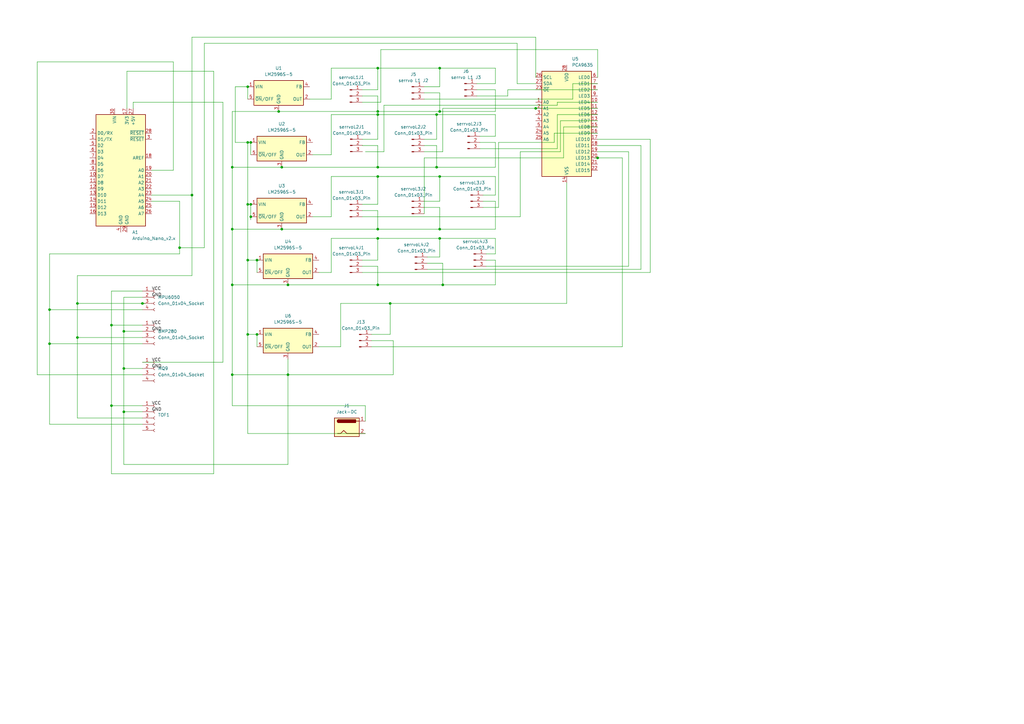
<source format=kicad_sch>
(kicad_sch
	(version 20250114)
	(generator "eeschema")
	(generator_version "9.0")
	(uuid "9a3df7c9-5459-4d0d-a379-332429f6b484")
	(paper "A3")
	(lib_symbols
		(symbol "Connector:Conn_01x03_Pin"
			(pin_names
				(offset 1.016)
				(hide yes)
			)
			(exclude_from_sim no)
			(in_bom yes)
			(on_board yes)
			(property "Reference" "J"
				(at 0 5.08 0)
				(effects
					(font
						(size 1.27 1.27)
					)
				)
			)
			(property "Value" "Conn_01x03_Pin"
				(at 0 -5.08 0)
				(effects
					(font
						(size 1.27 1.27)
					)
				)
			)
			(property "Footprint" ""
				(at 0 0 0)
				(effects
					(font
						(size 1.27 1.27)
					)
					(hide yes)
				)
			)
			(property "Datasheet" "~"
				(at 0 0 0)
				(effects
					(font
						(size 1.27 1.27)
					)
					(hide yes)
				)
			)
			(property "Description" "Generic connector, single row, 01x03, script generated"
				(at 0 0 0)
				(effects
					(font
						(size 1.27 1.27)
					)
					(hide yes)
				)
			)
			(property "ki_locked" ""
				(at 0 0 0)
				(effects
					(font
						(size 1.27 1.27)
					)
				)
			)
			(property "ki_keywords" "connector"
				(at 0 0 0)
				(effects
					(font
						(size 1.27 1.27)
					)
					(hide yes)
				)
			)
			(property "ki_fp_filters" "Connector*:*_1x??_*"
				(at 0 0 0)
				(effects
					(font
						(size 1.27 1.27)
					)
					(hide yes)
				)
			)
			(symbol "Conn_01x03_Pin_1_1"
				(rectangle
					(start 0.8636 2.667)
					(end 0 2.413)
					(stroke
						(width 0.1524)
						(type default)
					)
					(fill
						(type outline)
					)
				)
				(rectangle
					(start 0.8636 0.127)
					(end 0 -0.127)
					(stroke
						(width 0.1524)
						(type default)
					)
					(fill
						(type outline)
					)
				)
				(rectangle
					(start 0.8636 -2.413)
					(end 0 -2.667)
					(stroke
						(width 0.1524)
						(type default)
					)
					(fill
						(type outline)
					)
				)
				(polyline
					(pts
						(xy 1.27 2.54) (xy 0.8636 2.54)
					)
					(stroke
						(width 0.1524)
						(type default)
					)
					(fill
						(type none)
					)
				)
				(polyline
					(pts
						(xy 1.27 0) (xy 0.8636 0)
					)
					(stroke
						(width 0.1524)
						(type default)
					)
					(fill
						(type none)
					)
				)
				(polyline
					(pts
						(xy 1.27 -2.54) (xy 0.8636 -2.54)
					)
					(stroke
						(width 0.1524)
						(type default)
					)
					(fill
						(type none)
					)
				)
				(pin passive line
					(at 5.08 2.54 180)
					(length 3.81)
					(name "Pin_1"
						(effects
							(font
								(size 1.27 1.27)
							)
						)
					)
					(number "1"
						(effects
							(font
								(size 1.27 1.27)
							)
						)
					)
				)
				(pin passive line
					(at 5.08 0 180)
					(length 3.81)
					(name "Pin_2"
						(effects
							(font
								(size 1.27 1.27)
							)
						)
					)
					(number "2"
						(effects
							(font
								(size 1.27 1.27)
							)
						)
					)
				)
				(pin passive line
					(at 5.08 -2.54 180)
					(length 3.81)
					(name "Pin_3"
						(effects
							(font
								(size 1.27 1.27)
							)
						)
					)
					(number "3"
						(effects
							(font
								(size 1.27 1.27)
							)
						)
					)
				)
			)
			(embedded_fonts no)
		)
		(symbol "Connector:Conn_01x04_Socket"
			(pin_names
				(offset 1.016)
				(hide yes)
			)
			(exclude_from_sim no)
			(in_bom yes)
			(on_board yes)
			(property "Reference" "J"
				(at 0 5.08 0)
				(effects
					(font
						(size 1.27 1.27)
					)
				)
			)
			(property "Value" "Conn_01x04_Socket"
				(at 0 -7.62 0)
				(effects
					(font
						(size 1.27 1.27)
					)
				)
			)
			(property "Footprint" ""
				(at 0 0 0)
				(effects
					(font
						(size 1.27 1.27)
					)
					(hide yes)
				)
			)
			(property "Datasheet" "~"
				(at 0 0 0)
				(effects
					(font
						(size 1.27 1.27)
					)
					(hide yes)
				)
			)
			(property "Description" "Generic connector, single row, 01x04, script generated"
				(at 0 0 0)
				(effects
					(font
						(size 1.27 1.27)
					)
					(hide yes)
				)
			)
			(property "ki_locked" ""
				(at 0 0 0)
				(effects
					(font
						(size 1.27 1.27)
					)
				)
			)
			(property "ki_keywords" "connector"
				(at 0 0 0)
				(effects
					(font
						(size 1.27 1.27)
					)
					(hide yes)
				)
			)
			(property "ki_fp_filters" "Connector*:*_1x??_*"
				(at 0 0 0)
				(effects
					(font
						(size 1.27 1.27)
					)
					(hide yes)
				)
			)
			(symbol "Conn_01x04_Socket_1_1"
				(polyline
					(pts
						(xy -1.27 2.54) (xy -0.508 2.54)
					)
					(stroke
						(width 0.1524)
						(type default)
					)
					(fill
						(type none)
					)
				)
				(polyline
					(pts
						(xy -1.27 0) (xy -0.508 0)
					)
					(stroke
						(width 0.1524)
						(type default)
					)
					(fill
						(type none)
					)
				)
				(polyline
					(pts
						(xy -1.27 -2.54) (xy -0.508 -2.54)
					)
					(stroke
						(width 0.1524)
						(type default)
					)
					(fill
						(type none)
					)
				)
				(polyline
					(pts
						(xy -1.27 -5.08) (xy -0.508 -5.08)
					)
					(stroke
						(width 0.1524)
						(type default)
					)
					(fill
						(type none)
					)
				)
				(arc
					(start 0 2.032)
					(mid -0.5058 2.54)
					(end 0 3.048)
					(stroke
						(width 0.1524)
						(type default)
					)
					(fill
						(type none)
					)
				)
				(arc
					(start 0 -0.508)
					(mid -0.5058 0)
					(end 0 0.508)
					(stroke
						(width 0.1524)
						(type default)
					)
					(fill
						(type none)
					)
				)
				(arc
					(start 0 -3.048)
					(mid -0.5058 -2.54)
					(end 0 -2.032)
					(stroke
						(width 0.1524)
						(type default)
					)
					(fill
						(type none)
					)
				)
				(arc
					(start 0 -5.588)
					(mid -0.5058 -5.08)
					(end 0 -4.572)
					(stroke
						(width 0.1524)
						(type default)
					)
					(fill
						(type none)
					)
				)
				(pin passive line
					(at -5.08 2.54 0)
					(length 3.81)
					(name "Pin_1"
						(effects
							(font
								(size 1.27 1.27)
							)
						)
					)
					(number "1"
						(effects
							(font
								(size 1.27 1.27)
							)
						)
					)
				)
				(pin passive line
					(at -5.08 0 0)
					(length 3.81)
					(name "Pin_2"
						(effects
							(font
								(size 1.27 1.27)
							)
						)
					)
					(number "2"
						(effects
							(font
								(size 1.27 1.27)
							)
						)
					)
				)
				(pin passive line
					(at -5.08 -2.54 0)
					(length 3.81)
					(name "Pin_3"
						(effects
							(font
								(size 1.27 1.27)
							)
						)
					)
					(number "3"
						(effects
							(font
								(size 1.27 1.27)
							)
						)
					)
				)
				(pin passive line
					(at -5.08 -5.08 0)
					(length 3.81)
					(name "Pin_4"
						(effects
							(font
								(size 1.27 1.27)
							)
						)
					)
					(number "4"
						(effects
							(font
								(size 1.27 1.27)
							)
						)
					)
				)
			)
			(embedded_fonts no)
		)
		(symbol "Connector:Conn_01x05_Socket"
			(pin_names
				(offset 1.016)
				(hide yes)
			)
			(exclude_from_sim no)
			(in_bom yes)
			(on_board yes)
			(property "Reference" "J"
				(at 0 7.62 0)
				(effects
					(font
						(size 1.27 1.27)
					)
				)
			)
			(property "Value" "Conn_01x05_Socket"
				(at 0 -7.62 0)
				(effects
					(font
						(size 1.27 1.27)
					)
				)
			)
			(property "Footprint" ""
				(at 0 0 0)
				(effects
					(font
						(size 1.27 1.27)
					)
					(hide yes)
				)
			)
			(property "Datasheet" "~"
				(at 0 0 0)
				(effects
					(font
						(size 1.27 1.27)
					)
					(hide yes)
				)
			)
			(property "Description" "Generic connector, single row, 01x05, script generated"
				(at 0 0 0)
				(effects
					(font
						(size 1.27 1.27)
					)
					(hide yes)
				)
			)
			(property "ki_locked" ""
				(at 0 0 0)
				(effects
					(font
						(size 1.27 1.27)
					)
				)
			)
			(property "ki_keywords" "connector"
				(at 0 0 0)
				(effects
					(font
						(size 1.27 1.27)
					)
					(hide yes)
				)
			)
			(property "ki_fp_filters" "Connector*:*_1x??_*"
				(at 0 0 0)
				(effects
					(font
						(size 1.27 1.27)
					)
					(hide yes)
				)
			)
			(symbol "Conn_01x05_Socket_1_1"
				(polyline
					(pts
						(xy -1.27 5.08) (xy -0.508 5.08)
					)
					(stroke
						(width 0.1524)
						(type default)
					)
					(fill
						(type none)
					)
				)
				(polyline
					(pts
						(xy -1.27 2.54) (xy -0.508 2.54)
					)
					(stroke
						(width 0.1524)
						(type default)
					)
					(fill
						(type none)
					)
				)
				(polyline
					(pts
						(xy -1.27 0) (xy -0.508 0)
					)
					(stroke
						(width 0.1524)
						(type default)
					)
					(fill
						(type none)
					)
				)
				(polyline
					(pts
						(xy -1.27 -2.54) (xy -0.508 -2.54)
					)
					(stroke
						(width 0.1524)
						(type default)
					)
					(fill
						(type none)
					)
				)
				(polyline
					(pts
						(xy -1.27 -5.08) (xy -0.508 -5.08)
					)
					(stroke
						(width 0.1524)
						(type default)
					)
					(fill
						(type none)
					)
				)
				(arc
					(start 0 4.572)
					(mid -0.5058 5.08)
					(end 0 5.588)
					(stroke
						(width 0.1524)
						(type default)
					)
					(fill
						(type none)
					)
				)
				(arc
					(start 0 2.032)
					(mid -0.5058 2.54)
					(end 0 3.048)
					(stroke
						(width 0.1524)
						(type default)
					)
					(fill
						(type none)
					)
				)
				(arc
					(start 0 -0.508)
					(mid -0.5058 0)
					(end 0 0.508)
					(stroke
						(width 0.1524)
						(type default)
					)
					(fill
						(type none)
					)
				)
				(arc
					(start 0 -3.048)
					(mid -0.5058 -2.54)
					(end 0 -2.032)
					(stroke
						(width 0.1524)
						(type default)
					)
					(fill
						(type none)
					)
				)
				(arc
					(start 0 -5.588)
					(mid -0.5058 -5.08)
					(end 0 -4.572)
					(stroke
						(width 0.1524)
						(type default)
					)
					(fill
						(type none)
					)
				)
				(pin passive line
					(at -5.08 5.08 0)
					(length 3.81)
					(name "Pin_1"
						(effects
							(font
								(size 1.27 1.27)
							)
						)
					)
					(number "1"
						(effects
							(font
								(size 1.27 1.27)
							)
						)
					)
				)
				(pin passive line
					(at -5.08 2.54 0)
					(length 3.81)
					(name "Pin_2"
						(effects
							(font
								(size 1.27 1.27)
							)
						)
					)
					(number "2"
						(effects
							(font
								(size 1.27 1.27)
							)
						)
					)
				)
				(pin passive line
					(at -5.08 0 0)
					(length 3.81)
					(name "Pin_3"
						(effects
							(font
								(size 1.27 1.27)
							)
						)
					)
					(number "3"
						(effects
							(font
								(size 1.27 1.27)
							)
						)
					)
				)
				(pin passive line
					(at -5.08 -2.54 0)
					(length 3.81)
					(name "Pin_4"
						(effects
							(font
								(size 1.27 1.27)
							)
						)
					)
					(number "4"
						(effects
							(font
								(size 1.27 1.27)
							)
						)
					)
				)
				(pin passive line
					(at -5.08 -5.08 0)
					(length 3.81)
					(name "Pin_5"
						(effects
							(font
								(size 1.27 1.27)
							)
						)
					)
					(number "5"
						(effects
							(font
								(size 1.27 1.27)
							)
						)
					)
				)
			)
			(embedded_fonts no)
		)
		(symbol "Connector:Jack-DC"
			(pin_names
				(offset 1.016)
			)
			(exclude_from_sim no)
			(in_bom yes)
			(on_board yes)
			(property "Reference" "J"
				(at 0 5.334 0)
				(effects
					(font
						(size 1.27 1.27)
					)
				)
			)
			(property "Value" "Jack-DC"
				(at 0 -5.08 0)
				(effects
					(font
						(size 1.27 1.27)
					)
				)
			)
			(property "Footprint" ""
				(at 1.27 -1.016 0)
				(effects
					(font
						(size 1.27 1.27)
					)
					(hide yes)
				)
			)
			(property "Datasheet" "~"
				(at 1.27 -1.016 0)
				(effects
					(font
						(size 1.27 1.27)
					)
					(hide yes)
				)
			)
			(property "Description" "DC Barrel Jack"
				(at 0 0 0)
				(effects
					(font
						(size 1.27 1.27)
					)
					(hide yes)
				)
			)
			(property "ki_keywords" "DC power barrel jack connector"
				(at 0 0 0)
				(effects
					(font
						(size 1.27 1.27)
					)
					(hide yes)
				)
			)
			(property "ki_fp_filters" "BarrelJack*"
				(at 0 0 0)
				(effects
					(font
						(size 1.27 1.27)
					)
					(hide yes)
				)
			)
			(symbol "Jack-DC_0_1"
				(rectangle
					(start -5.08 3.81)
					(end 5.08 -3.81)
					(stroke
						(width 0.254)
						(type default)
					)
					(fill
						(type background)
					)
				)
				(polyline
					(pts
						(xy -3.81 -2.54) (xy -2.54 -2.54) (xy -1.27 -1.27) (xy 0 -2.54) (xy 2.54 -2.54) (xy 5.08 -2.54)
					)
					(stroke
						(width 0.254)
						(type default)
					)
					(fill
						(type none)
					)
				)
				(arc
					(start -3.302 1.905)
					(mid -3.9343 2.54)
					(end -3.302 3.175)
					(stroke
						(width 0.254)
						(type default)
					)
					(fill
						(type none)
					)
				)
				(arc
					(start -3.302 1.905)
					(mid -3.9343 2.54)
					(end -3.302 3.175)
					(stroke
						(width 0.254)
						(type default)
					)
					(fill
						(type outline)
					)
				)
				(rectangle
					(start 3.683 3.175)
					(end -3.302 1.905)
					(stroke
						(width 0.254)
						(type default)
					)
					(fill
						(type outline)
					)
				)
				(polyline
					(pts
						(xy 5.08 2.54) (xy 3.81 2.54)
					)
					(stroke
						(width 0.254)
						(type default)
					)
					(fill
						(type none)
					)
				)
			)
			(symbol "Jack-DC_1_1"
				(pin passive line
					(at 7.62 2.54 180)
					(length 2.54)
					(name "~"
						(effects
							(font
								(size 1.27 1.27)
							)
						)
					)
					(number "1"
						(effects
							(font
								(size 1.27 1.27)
							)
						)
					)
				)
				(pin passive line
					(at 7.62 -2.54 180)
					(length 2.54)
					(name "~"
						(effects
							(font
								(size 1.27 1.27)
							)
						)
					)
					(number "2"
						(effects
							(font
								(size 1.27 1.27)
							)
						)
					)
				)
			)
			(embedded_fonts no)
		)
		(symbol "Driver_LED:PCA9635"
			(exclude_from_sim no)
			(in_bom yes)
			(on_board yes)
			(property "Reference" "U"
				(at -10.16 24.13 0)
				(effects
					(font
						(size 1.27 1.27)
					)
					(justify left bottom)
				)
			)
			(property "Value" "PCA9635"
				(at 2.54 -21.59 0)
				(effects
					(font
						(size 1.27 1.27)
					)
					(justify left top)
				)
			)
			(property "Footprint" "Package_SO:TSSOP-28_4.4x9.7mm_P0.65mm"
				(at 0 0 0)
				(effects
					(font
						(size 1.27 1.27)
					)
					(hide yes)
				)
			)
			(property "Datasheet" "https://www.nxp.com/docs/en/data-sheet/PCA9635.pdf"
				(at 0 0 0)
				(effects
					(font
						(size 1.27 1.27)
					)
					(hide yes)
				)
			)
			(property "Description" "16-bit PWM Fm+ I2C-bus LED driver, TSSOP-28"
				(at 0 0 0)
				(effects
					(font
						(size 1.27 1.27)
					)
					(hide yes)
				)
			)
			(property "ki_keywords" "led pwm rgb rgba"
				(at 0 0 0)
				(effects
					(font
						(size 1.27 1.27)
					)
					(hide yes)
				)
			)
			(property "ki_fp_filters" "TSSOP*4.4x9.7mm*P0.65mm*"
				(at 0 0 0)
				(effects
					(font
						(size 1.27 1.27)
					)
					(hide yes)
				)
			)
			(symbol "PCA9635_0_1"
				(rectangle
					(start -10.16 22.86)
					(end 10.16 -20.32)
					(stroke
						(width 0.254)
						(type default)
					)
					(fill
						(type background)
					)
				)
			)
			(symbol "PCA9635_1_1"
				(pin input line
					(at -12.7 20.32 0)
					(length 2.54)
					(name "SCL"
						(effects
							(font
								(size 1.27 1.27)
							)
						)
					)
					(number "26"
						(effects
							(font
								(size 1.27 1.27)
							)
						)
					)
				)
				(pin bidirectional line
					(at -12.7 17.78 0)
					(length 2.54)
					(name "SDA"
						(effects
							(font
								(size 1.27 1.27)
							)
						)
					)
					(number "27"
						(effects
							(font
								(size 1.27 1.27)
							)
						)
					)
				)
				(pin input line
					(at -12.7 15.24 0)
					(length 2.54)
					(name "~{OE}"
						(effects
							(font
								(size 1.27 1.27)
							)
						)
					)
					(number "23"
						(effects
							(font
								(size 1.27 1.27)
							)
						)
					)
				)
				(pin input line
					(at -12.7 10.16 0)
					(length 2.54)
					(name "A0"
						(effects
							(font
								(size 1.27 1.27)
							)
						)
					)
					(number "1"
						(effects
							(font
								(size 1.27 1.27)
							)
						)
					)
				)
				(pin input line
					(at -12.7 7.62 0)
					(length 2.54)
					(name "A1"
						(effects
							(font
								(size 1.27 1.27)
							)
						)
					)
					(number "2"
						(effects
							(font
								(size 1.27 1.27)
							)
						)
					)
				)
				(pin input line
					(at -12.7 5.08 0)
					(length 2.54)
					(name "A2"
						(effects
							(font
								(size 1.27 1.27)
							)
						)
					)
					(number "3"
						(effects
							(font
								(size 1.27 1.27)
							)
						)
					)
				)
				(pin input line
					(at -12.7 2.54 0)
					(length 2.54)
					(name "A3"
						(effects
							(font
								(size 1.27 1.27)
							)
						)
					)
					(number "4"
						(effects
							(font
								(size 1.27 1.27)
							)
						)
					)
				)
				(pin input line
					(at -12.7 0 0)
					(length 2.54)
					(name "A4"
						(effects
							(font
								(size 1.27 1.27)
							)
						)
					)
					(number "5"
						(effects
							(font
								(size 1.27 1.27)
							)
						)
					)
				)
				(pin input line
					(at -12.7 -2.54 0)
					(length 2.54)
					(name "A5"
						(effects
							(font
								(size 1.27 1.27)
							)
						)
					)
					(number "24"
						(effects
							(font
								(size 1.27 1.27)
							)
						)
					)
				)
				(pin input line
					(at -12.7 -5.08 0)
					(length 2.54)
					(name "A6"
						(effects
							(font
								(size 1.27 1.27)
							)
						)
					)
					(number "25"
						(effects
							(font
								(size 1.27 1.27)
							)
						)
					)
				)
				(pin power_in line
					(at 0 25.4 270)
					(length 2.54)
					(name "VDD"
						(effects
							(font
								(size 1.27 1.27)
							)
						)
					)
					(number "28"
						(effects
							(font
								(size 1.27 1.27)
							)
						)
					)
				)
				(pin power_in line
					(at 0 -22.86 90)
					(length 2.54)
					(name "VSS"
						(effects
							(font
								(size 1.27 1.27)
							)
						)
					)
					(number "14"
						(effects
							(font
								(size 1.27 1.27)
							)
						)
					)
				)
				(pin output line
					(at 12.7 20.32 180)
					(length 2.54)
					(name "LED0"
						(effects
							(font
								(size 1.27 1.27)
							)
						)
					)
					(number "6"
						(effects
							(font
								(size 1.27 1.27)
							)
						)
					)
				)
				(pin output line
					(at 12.7 17.78 180)
					(length 2.54)
					(name "LED1"
						(effects
							(font
								(size 1.27 1.27)
							)
						)
					)
					(number "7"
						(effects
							(font
								(size 1.27 1.27)
							)
						)
					)
				)
				(pin output line
					(at 12.7 15.24 180)
					(length 2.54)
					(name "LED2"
						(effects
							(font
								(size 1.27 1.27)
							)
						)
					)
					(number "8"
						(effects
							(font
								(size 1.27 1.27)
							)
						)
					)
				)
				(pin output line
					(at 12.7 12.7 180)
					(length 2.54)
					(name "LED3"
						(effects
							(font
								(size 1.27 1.27)
							)
						)
					)
					(number "9"
						(effects
							(font
								(size 1.27 1.27)
							)
						)
					)
				)
				(pin output line
					(at 12.7 10.16 180)
					(length 2.54)
					(name "LED4"
						(effects
							(font
								(size 1.27 1.27)
							)
						)
					)
					(number "10"
						(effects
							(font
								(size 1.27 1.27)
							)
						)
					)
				)
				(pin output line
					(at 12.7 7.62 180)
					(length 2.54)
					(name "LED5"
						(effects
							(font
								(size 1.27 1.27)
							)
						)
					)
					(number "11"
						(effects
							(font
								(size 1.27 1.27)
							)
						)
					)
				)
				(pin output line
					(at 12.7 5.08 180)
					(length 2.54)
					(name "LED6"
						(effects
							(font
								(size 1.27 1.27)
							)
						)
					)
					(number "12"
						(effects
							(font
								(size 1.27 1.27)
							)
						)
					)
				)
				(pin output line
					(at 12.7 2.54 180)
					(length 2.54)
					(name "LED7"
						(effects
							(font
								(size 1.27 1.27)
							)
						)
					)
					(number "13"
						(effects
							(font
								(size 1.27 1.27)
							)
						)
					)
				)
				(pin output line
					(at 12.7 0 180)
					(length 2.54)
					(name "LED8"
						(effects
							(font
								(size 1.27 1.27)
							)
						)
					)
					(number "15"
						(effects
							(font
								(size 1.27 1.27)
							)
						)
					)
				)
				(pin output line
					(at 12.7 -2.54 180)
					(length 2.54)
					(name "LED9"
						(effects
							(font
								(size 1.27 1.27)
							)
						)
					)
					(number "16"
						(effects
							(font
								(size 1.27 1.27)
							)
						)
					)
				)
				(pin output line
					(at 12.7 -5.08 180)
					(length 2.54)
					(name "LED10"
						(effects
							(font
								(size 1.27 1.27)
							)
						)
					)
					(number "17"
						(effects
							(font
								(size 1.27 1.27)
							)
						)
					)
				)
				(pin output line
					(at 12.7 -7.62 180)
					(length 2.54)
					(name "LED11"
						(effects
							(font
								(size 1.27 1.27)
							)
						)
					)
					(number "18"
						(effects
							(font
								(size 1.27 1.27)
							)
						)
					)
				)
				(pin output line
					(at 12.7 -10.16 180)
					(length 2.54)
					(name "LED12"
						(effects
							(font
								(size 1.27 1.27)
							)
						)
					)
					(number "19"
						(effects
							(font
								(size 1.27 1.27)
							)
						)
					)
				)
				(pin output line
					(at 12.7 -12.7 180)
					(length 2.54)
					(name "LED13"
						(effects
							(font
								(size 1.27 1.27)
							)
						)
					)
					(number "20"
						(effects
							(font
								(size 1.27 1.27)
							)
						)
					)
				)
				(pin output line
					(at 12.7 -15.24 180)
					(length 2.54)
					(name "LED14"
						(effects
							(font
								(size 1.27 1.27)
							)
						)
					)
					(number "21"
						(effects
							(font
								(size 1.27 1.27)
							)
						)
					)
				)
				(pin output line
					(at 12.7 -17.78 180)
					(length 2.54)
					(name "LED15"
						(effects
							(font
								(size 1.27 1.27)
							)
						)
					)
					(number "22"
						(effects
							(font
								(size 1.27 1.27)
							)
						)
					)
				)
			)
			(embedded_fonts no)
		)
		(symbol "MCU_Module:Arduino_Nano_v2.x"
			(exclude_from_sim no)
			(in_bom yes)
			(on_board yes)
			(property "Reference" "A"
				(at -10.16 23.495 0)
				(effects
					(font
						(size 1.27 1.27)
					)
					(justify left bottom)
				)
			)
			(property "Value" "Arduino_Nano_v2.x"
				(at 5.08 -24.13 0)
				(effects
					(font
						(size 1.27 1.27)
					)
					(justify left top)
				)
			)
			(property "Footprint" "Module:Arduino_Nano"
				(at 0 0 0)
				(effects
					(font
						(size 1.27 1.27)
						(italic yes)
					)
					(hide yes)
				)
			)
			(property "Datasheet" "https://www.arduino.cc/en/uploads/Main/ArduinoNanoManual23.pdf"
				(at 0 0 0)
				(effects
					(font
						(size 1.27 1.27)
					)
					(hide yes)
				)
			)
			(property "Description" "Arduino Nano v2.x"
				(at 0 0 0)
				(effects
					(font
						(size 1.27 1.27)
					)
					(hide yes)
				)
			)
			(property "ki_keywords" "Arduino nano microcontroller module USB"
				(at 0 0 0)
				(effects
					(font
						(size 1.27 1.27)
					)
					(hide yes)
				)
			)
			(property "ki_fp_filters" "Arduino*Nano*"
				(at 0 0 0)
				(effects
					(font
						(size 1.27 1.27)
					)
					(hide yes)
				)
			)
			(symbol "Arduino_Nano_v2.x_0_1"
				(rectangle
					(start -10.16 22.86)
					(end 10.16 -22.86)
					(stroke
						(width 0.254)
						(type default)
					)
					(fill
						(type background)
					)
				)
			)
			(symbol "Arduino_Nano_v2.x_1_1"
				(pin bidirectional line
					(at -12.7 15.24 0)
					(length 2.54)
					(name "D0/RX"
						(effects
							(font
								(size 1.27 1.27)
							)
						)
					)
					(number "2"
						(effects
							(font
								(size 1.27 1.27)
							)
						)
					)
				)
				(pin bidirectional line
					(at -12.7 12.7 0)
					(length 2.54)
					(name "D1/TX"
						(effects
							(font
								(size 1.27 1.27)
							)
						)
					)
					(number "1"
						(effects
							(font
								(size 1.27 1.27)
							)
						)
					)
				)
				(pin bidirectional line
					(at -12.7 10.16 0)
					(length 2.54)
					(name "D2"
						(effects
							(font
								(size 1.27 1.27)
							)
						)
					)
					(number "5"
						(effects
							(font
								(size 1.27 1.27)
							)
						)
					)
				)
				(pin bidirectional line
					(at -12.7 7.62 0)
					(length 2.54)
					(name "D3"
						(effects
							(font
								(size 1.27 1.27)
							)
						)
					)
					(number "6"
						(effects
							(font
								(size 1.27 1.27)
							)
						)
					)
				)
				(pin bidirectional line
					(at -12.7 5.08 0)
					(length 2.54)
					(name "D4"
						(effects
							(font
								(size 1.27 1.27)
							)
						)
					)
					(number "7"
						(effects
							(font
								(size 1.27 1.27)
							)
						)
					)
				)
				(pin bidirectional line
					(at -12.7 2.54 0)
					(length 2.54)
					(name "D5"
						(effects
							(font
								(size 1.27 1.27)
							)
						)
					)
					(number "8"
						(effects
							(font
								(size 1.27 1.27)
							)
						)
					)
				)
				(pin bidirectional line
					(at -12.7 0 0)
					(length 2.54)
					(name "D6"
						(effects
							(font
								(size 1.27 1.27)
							)
						)
					)
					(number "9"
						(effects
							(font
								(size 1.27 1.27)
							)
						)
					)
				)
				(pin bidirectional line
					(at -12.7 -2.54 0)
					(length 2.54)
					(name "D7"
						(effects
							(font
								(size 1.27 1.27)
							)
						)
					)
					(number "10"
						(effects
							(font
								(size 1.27 1.27)
							)
						)
					)
				)
				(pin bidirectional line
					(at -12.7 -5.08 0)
					(length 2.54)
					(name "D8"
						(effects
							(font
								(size 1.27 1.27)
							)
						)
					)
					(number "11"
						(effects
							(font
								(size 1.27 1.27)
							)
						)
					)
				)
				(pin bidirectional line
					(at -12.7 -7.62 0)
					(length 2.54)
					(name "D9"
						(effects
							(font
								(size 1.27 1.27)
							)
						)
					)
					(number "12"
						(effects
							(font
								(size 1.27 1.27)
							)
						)
					)
				)
				(pin bidirectional line
					(at -12.7 -10.16 0)
					(length 2.54)
					(name "D10"
						(effects
							(font
								(size 1.27 1.27)
							)
						)
					)
					(number "13"
						(effects
							(font
								(size 1.27 1.27)
							)
						)
					)
				)
				(pin bidirectional line
					(at -12.7 -12.7 0)
					(length 2.54)
					(name "D11"
						(effects
							(font
								(size 1.27 1.27)
							)
						)
					)
					(number "14"
						(effects
							(font
								(size 1.27 1.27)
							)
						)
					)
				)
				(pin bidirectional line
					(at -12.7 -15.24 0)
					(length 2.54)
					(name "D12"
						(effects
							(font
								(size 1.27 1.27)
							)
						)
					)
					(number "15"
						(effects
							(font
								(size 1.27 1.27)
							)
						)
					)
				)
				(pin bidirectional line
					(at -12.7 -17.78 0)
					(length 2.54)
					(name "D13"
						(effects
							(font
								(size 1.27 1.27)
							)
						)
					)
					(number "16"
						(effects
							(font
								(size 1.27 1.27)
							)
						)
					)
				)
				(pin power_in line
					(at -2.54 25.4 270)
					(length 2.54)
					(name "VIN"
						(effects
							(font
								(size 1.27 1.27)
							)
						)
					)
					(number "30"
						(effects
							(font
								(size 1.27 1.27)
							)
						)
					)
				)
				(pin power_in line
					(at 0 -25.4 90)
					(length 2.54)
					(name "GND"
						(effects
							(font
								(size 1.27 1.27)
							)
						)
					)
					(number "4"
						(effects
							(font
								(size 1.27 1.27)
							)
						)
					)
				)
				(pin power_out line
					(at 2.54 25.4 270)
					(length 2.54)
					(name "3V3"
						(effects
							(font
								(size 1.27 1.27)
							)
						)
					)
					(number "17"
						(effects
							(font
								(size 1.27 1.27)
							)
						)
					)
				)
				(pin power_in line
					(at 2.54 -25.4 90)
					(length 2.54)
					(name "GND"
						(effects
							(font
								(size 1.27 1.27)
							)
						)
					)
					(number "29"
						(effects
							(font
								(size 1.27 1.27)
							)
						)
					)
				)
				(pin power_out line
					(at 5.08 25.4 270)
					(length 2.54)
					(name "+5V"
						(effects
							(font
								(size 1.27 1.27)
							)
						)
					)
					(number "27"
						(effects
							(font
								(size 1.27 1.27)
							)
						)
					)
				)
				(pin input line
					(at 12.7 15.24 180)
					(length 2.54)
					(name "~{RESET}"
						(effects
							(font
								(size 1.27 1.27)
							)
						)
					)
					(number "28"
						(effects
							(font
								(size 1.27 1.27)
							)
						)
					)
				)
				(pin input line
					(at 12.7 12.7 180)
					(length 2.54)
					(name "~{RESET}"
						(effects
							(font
								(size 1.27 1.27)
							)
						)
					)
					(number "3"
						(effects
							(font
								(size 1.27 1.27)
							)
						)
					)
				)
				(pin input line
					(at 12.7 5.08 180)
					(length 2.54)
					(name "AREF"
						(effects
							(font
								(size 1.27 1.27)
							)
						)
					)
					(number "18"
						(effects
							(font
								(size 1.27 1.27)
							)
						)
					)
				)
				(pin bidirectional line
					(at 12.7 0 180)
					(length 2.54)
					(name "A0"
						(effects
							(font
								(size 1.27 1.27)
							)
						)
					)
					(number "19"
						(effects
							(font
								(size 1.27 1.27)
							)
						)
					)
				)
				(pin bidirectional line
					(at 12.7 -2.54 180)
					(length 2.54)
					(name "A1"
						(effects
							(font
								(size 1.27 1.27)
							)
						)
					)
					(number "20"
						(effects
							(font
								(size 1.27 1.27)
							)
						)
					)
				)
				(pin bidirectional line
					(at 12.7 -5.08 180)
					(length 2.54)
					(name "A2"
						(effects
							(font
								(size 1.27 1.27)
							)
						)
					)
					(number "21"
						(effects
							(font
								(size 1.27 1.27)
							)
						)
					)
				)
				(pin bidirectional line
					(at 12.7 -7.62 180)
					(length 2.54)
					(name "A3"
						(effects
							(font
								(size 1.27 1.27)
							)
						)
					)
					(number "22"
						(effects
							(font
								(size 1.27 1.27)
							)
						)
					)
				)
				(pin bidirectional line
					(at 12.7 -10.16 180)
					(length 2.54)
					(name "A4"
						(effects
							(font
								(size 1.27 1.27)
							)
						)
					)
					(number "23"
						(effects
							(font
								(size 1.27 1.27)
							)
						)
					)
				)
				(pin bidirectional line
					(at 12.7 -12.7 180)
					(length 2.54)
					(name "A5"
						(effects
							(font
								(size 1.27 1.27)
							)
						)
					)
					(number "24"
						(effects
							(font
								(size 1.27 1.27)
							)
						)
					)
				)
				(pin bidirectional line
					(at 12.7 -15.24 180)
					(length 2.54)
					(name "A6"
						(effects
							(font
								(size 1.27 1.27)
							)
						)
					)
					(number "25"
						(effects
							(font
								(size 1.27 1.27)
							)
						)
					)
				)
				(pin bidirectional line
					(at 12.7 -17.78 180)
					(length 2.54)
					(name "A7"
						(effects
							(font
								(size 1.27 1.27)
							)
						)
					)
					(number "26"
						(effects
							(font
								(size 1.27 1.27)
							)
						)
					)
				)
			)
			(embedded_fonts no)
		)
		(symbol "Regulator_Switching:LM2596S-5"
			(exclude_from_sim no)
			(in_bom yes)
			(on_board yes)
			(property "Reference" "U"
				(at -10.16 6.35 0)
				(effects
					(font
						(size 1.27 1.27)
					)
					(justify left)
				)
			)
			(property "Value" "LM2596S-5"
				(at 0 6.35 0)
				(effects
					(font
						(size 1.27 1.27)
					)
					(justify left)
				)
			)
			(property "Footprint" "Package_TO_SOT_SMD:TO-263-5_TabPin3"
				(at 1.27 -6.35 0)
				(effects
					(font
						(size 1.27 1.27)
						(italic yes)
					)
					(justify left)
					(hide yes)
				)
			)
			(property "Datasheet" "http://www.ti.com/lit/ds/symlink/lm2596.pdf"
				(at 0 0 0)
				(effects
					(font
						(size 1.27 1.27)
					)
					(hide yes)
				)
			)
			(property "Description" "5V 3A Step-Down Voltage Regulator, TO-263"
				(at 0 0 0)
				(effects
					(font
						(size 1.27 1.27)
					)
					(hide yes)
				)
			)
			(property "ki_keywords" "Step-Down Voltage Regulator 5V 3A"
				(at 0 0 0)
				(effects
					(font
						(size 1.27 1.27)
					)
					(hide yes)
				)
			)
			(property "ki_fp_filters" "TO?263*"
				(at 0 0 0)
				(effects
					(font
						(size 1.27 1.27)
					)
					(hide yes)
				)
			)
			(symbol "LM2596S-5_0_1"
				(rectangle
					(start -10.16 5.08)
					(end 10.16 -5.08)
					(stroke
						(width 0.254)
						(type default)
					)
					(fill
						(type background)
					)
				)
			)
			(symbol "LM2596S-5_1_1"
				(pin power_in line
					(at -12.7 2.54 0)
					(length 2.54)
					(name "VIN"
						(effects
							(font
								(size 1.27 1.27)
							)
						)
					)
					(number "1"
						(effects
							(font
								(size 1.27 1.27)
							)
						)
					)
				)
				(pin input line
					(at -12.7 -2.54 0)
					(length 2.54)
					(name "~{ON}/OFF"
						(effects
							(font
								(size 1.27 1.27)
							)
						)
					)
					(number "5"
						(effects
							(font
								(size 1.27 1.27)
							)
						)
					)
				)
				(pin power_in line
					(at 0 -7.62 90)
					(length 2.54)
					(name "GND"
						(effects
							(font
								(size 1.27 1.27)
							)
						)
					)
					(number "3"
						(effects
							(font
								(size 1.27 1.27)
							)
						)
					)
				)
				(pin input line
					(at 12.7 2.54 180)
					(length 2.54)
					(name "FB"
						(effects
							(font
								(size 1.27 1.27)
							)
						)
					)
					(number "4"
						(effects
							(font
								(size 1.27 1.27)
							)
						)
					)
				)
				(pin output line
					(at 12.7 -2.54 180)
					(length 2.54)
					(name "OUT"
						(effects
							(font
								(size 1.27 1.27)
							)
						)
					)
					(number "2"
						(effects
							(font
								(size 1.27 1.27)
							)
						)
					)
				)
			)
			(embedded_fonts no)
		)
	)
	(junction
		(at 50.8 151.13)
		(diameter 0)
		(color 0 0 0 0)
		(uuid "0f591fd6-2fa4-41db-961c-74d2a1508175")
	)
	(junction
		(at 180.34 72.39)
		(diameter 0)
		(color 0 0 0 0)
		(uuid "1141b9c6-7088-4da0-a725-0479df8fd6c0")
	)
	(junction
		(at 45.72 166.37)
		(diameter 0)
		(color 0 0 0 0)
		(uuid "16006b9a-942c-48d4-93d5-31c92fbbb5df")
	)
	(junction
		(at 58.42 124.46)
		(diameter 0)
		(color 0 0 0 0)
		(uuid "160bfdff-79aa-4d85-beda-b9e1bf7d442f")
	)
	(junction
		(at 95.25 153.67)
		(diameter 0)
		(color 0 0 0 0)
		(uuid "1ac3cce6-8b42-4983-8ed6-330760286462")
	)
	(junction
		(at 101.6 137.16)
		(diameter 0)
		(color 0 0 0 0)
		(uuid "1be75316-373a-4481-87dd-9f089b59d19c")
	)
	(junction
		(at 118.11 153.67)
		(diameter 0)
		(color 0 0 0 0)
		(uuid "1e01e433-8216-439f-bd35-1623b42b5843")
	)
	(junction
		(at 180.34 93.98)
		(diameter 0)
		(color 0 0 0 0)
		(uuid "20944025-a555-46a8-b9da-469d9c9ad052")
	)
	(junction
		(at 95.25 116.84)
		(diameter 0)
		(color 0 0 0 0)
		(uuid "2776b143-ea41-4f8d-98fc-a4973a6f5ef6")
	)
	(junction
		(at 115.57 93.98)
		(diameter 0)
		(color 0 0 0 0)
		(uuid "2a2dbd39-a206-473e-b545-30c78ec4d012")
	)
	(junction
		(at 154.94 97.79)
		(diameter 0)
		(color 0 0 0 0)
		(uuid "2b2b03bf-62ae-4f2c-87f3-a9fd2cccf674")
	)
	(junction
		(at 45.72 133.35)
		(diameter 0)
		(color 0 0 0 0)
		(uuid "2e45fa78-99c1-40e2-8ce9-065ef605bda9")
	)
	(junction
		(at 78.74 80.01)
		(diameter 0)
		(color 0 0 0 0)
		(uuid "32ea7801-4efd-4ff2-8eed-cebe2e259457")
	)
	(junction
		(at 101.6 83.82)
		(diameter 0)
		(color 0 0 0 0)
		(uuid "33f6dca7-9da4-4e8a-8c01-fd3e5aa79a29")
	)
	(junction
		(at 181.61 116.84)
		(diameter 0)
		(color 0 0 0 0)
		(uuid "351f0fd5-dac8-4dc7-865a-aa1a39ded417")
	)
	(junction
		(at 154.94 116.84)
		(diameter 0)
		(color 0 0 0 0)
		(uuid "3b3240d3-5419-428d-8a86-9edd5ff5da46")
	)
	(junction
		(at 154.94 45.72)
		(diameter 0)
		(color 0 0 0 0)
		(uuid "3c5722e3-3b28-4b77-84c4-79ecbaf7a6e8")
	)
	(junction
		(at 154.94 46.99)
		(diameter 0)
		(color 0 0 0 0)
		(uuid "4497dd3a-1c85-4408-aee8-47f9f38ce564")
	)
	(junction
		(at 73.66 101.6)
		(diameter 0)
		(color 0 0 0 0)
		(uuid "46a2d434-f20a-4f76-9430-fe3745802c5e")
	)
	(junction
		(at 105.41 137.16)
		(diameter 0)
		(color 0 0 0 0)
		(uuid "4edcbb4f-be70-4afd-9ce9-26110afdacdb")
	)
	(junction
		(at 245.11 64.77)
		(diameter 0)
		(color 0 0 0 0)
		(uuid "52cd8011-3e13-41f5-940d-170155d26eab")
	)
	(junction
		(at 50.8 168.91)
		(diameter 0)
		(color 0 0 0 0)
		(uuid "5452aa2a-b29f-4f86-9e90-8200e6b31286")
	)
	(junction
		(at 154.94 27.94)
		(diameter 0)
		(color 0 0 0 0)
		(uuid "570ca666-8bfe-445e-a879-3aba41de45ed")
	)
	(junction
		(at 114.3 45.72)
		(diameter 0)
		(color 0 0 0 0)
		(uuid "581e6c8d-6761-4b8e-863d-642f774748ba")
	)
	(junction
		(at 50.8 135.89)
		(diameter 0)
		(color 0 0 0 0)
		(uuid "6ad90efa-29ac-477e-9aeb-4528321f2670")
	)
	(junction
		(at 20.32 127)
		(diameter 0)
		(color 0 0 0 0)
		(uuid "6c0d696e-9f19-47ca-9fda-e76624ccb927")
	)
	(junction
		(at 102.87 58.42)
		(diameter 0)
		(color 0 0 0 0)
		(uuid "7173d537-1a68-4461-bbfa-31cbb592bfe0")
	)
	(junction
		(at 180.34 27.94)
		(diameter 0)
		(color 0 0 0 0)
		(uuid "768d6bb5-9363-4042-8cc0-9c569182857d")
	)
	(junction
		(at 160.02 124.46)
		(diameter 0)
		(color 0 0 0 0)
		(uuid "78c5872e-95f1-4b88-abcb-caea1955f381")
	)
	(junction
		(at 101.6 106.68)
		(diameter 0)
		(color 0 0 0 0)
		(uuid "8007d6f7-8aae-4e56-bab4-d99cf79f03f2")
	)
	(junction
		(at 31.75 124.46)
		(diameter 0)
		(color 0 0 0 0)
		(uuid "84586a9a-d11b-434b-9625-9c75cedc7603")
	)
	(junction
		(at 180.34 97.79)
		(diameter 0)
		(color 0 0 0 0)
		(uuid "85ac4ea1-1e6f-428b-a3d7-315ed60849fb")
	)
	(junction
		(at 31.75 138.43)
		(diameter 0)
		(color 0 0 0 0)
		(uuid "884df3d1-5892-41ee-b494-ee25eb2e4859")
	)
	(junction
		(at 20.32 140.97)
		(diameter 0)
		(color 0 0 0 0)
		(uuid "91fc4510-5661-4741-af4e-22144751379b")
	)
	(junction
		(at 154.94 93.98)
		(diameter 0)
		(color 0 0 0 0)
		(uuid "951345be-a57f-4b14-a1c1-79e3af9b1826")
	)
	(junction
		(at 154.94 72.39)
		(diameter 0)
		(color 0 0 0 0)
		(uuid "9ba5c20f-5dc8-4a7f-882b-f05fb6fc1943")
	)
	(junction
		(at 105.41 106.68)
		(diameter 0)
		(color 0 0 0 0)
		(uuid "a1ef7bc9-e25e-4a5a-81ce-df84d8123ac8")
	)
	(junction
		(at 102.87 83.82)
		(diameter 0)
		(color 0 0 0 0)
		(uuid "a310e58d-d030-4c78-9495-6f8df96aaf7d")
	)
	(junction
		(at 180.34 45.72)
		(diameter 0)
		(color 0 0 0 0)
		(uuid "b37d574f-4155-47ce-80c1-56efc70bceca")
	)
	(junction
		(at 179.07 68.58)
		(diameter 0)
		(color 0 0 0 0)
		(uuid "b96a8d65-c748-4786-a526-1a9510ecf2ce")
	)
	(junction
		(at 179.07 46.99)
		(diameter 0)
		(color 0 0 0 0)
		(uuid "b9922b20-e0ba-4bfa-bd56-10c0c2d82f52")
	)
	(junction
		(at 118.11 116.84)
		(diameter 0)
		(color 0 0 0 0)
		(uuid "bbcba303-c3d7-4bc7-a320-f28e555ebeb4")
	)
	(junction
		(at 95.25 93.98)
		(diameter 0)
		(color 0 0 0 0)
		(uuid "bdf445c4-8237-4dc2-81f6-9a40b6e791a9")
	)
	(junction
		(at 95.25 68.58)
		(diameter 0)
		(color 0 0 0 0)
		(uuid "c057a689-8260-4047-99b6-ea363b3b30c7")
	)
	(junction
		(at 102.87 88.9)
		(diameter 0)
		(color 0 0 0 0)
		(uuid "c5b9fd08-e9fa-4fe5-97f5-5ce1e17664f9")
	)
	(junction
		(at 154.94 68.58)
		(diameter 0)
		(color 0 0 0 0)
		(uuid "cb22a16a-c675-4681-a1d5-e649571c4c49")
	)
	(junction
		(at 101.6 58.42)
		(diameter 0)
		(color 0 0 0 0)
		(uuid "d3831375-5e64-4284-85a8-8f8daca27cfe")
	)
	(junction
		(at 101.6 35.56)
		(diameter 0)
		(color 0 0 0 0)
		(uuid "edcaa013-a497-4b81-9ec2-22336a850422")
	)
	(junction
		(at 219.71 44.45)
		(diameter 0)
		(color 0 0 0 0)
		(uuid "f6ddc93e-5d98-42fd-9f42-6d1680e98564")
	)
	(junction
		(at 115.57 68.58)
		(diameter 0)
		(color 0 0 0 0)
		(uuid "fe910eb1-bc5d-40fd-8f74-93d4b2f3e2d6")
	)
	(wire
		(pts
			(xy 203.2 72.39) (xy 203.2 80.01)
		)
		(stroke
			(width 0)
			(type default)
		)
		(uuid "012a4599-3c79-4fd8-8e2a-8a5b3aacdbab")
	)
	(wire
		(pts
			(xy 157.48 62.23) (xy 157.48 43.18)
		)
		(stroke
			(width 0)
			(type default)
		)
		(uuid "021bca66-9f62-480d-ba17-28c3a3907977")
	)
	(wire
		(pts
			(xy 180.34 45.72) (xy 180.34 38.1)
		)
		(stroke
			(width 0)
			(type default)
		)
		(uuid "02da5b50-3d33-4303-a9f4-0c810ec69ae8")
	)
	(wire
		(pts
			(xy 101.6 58.42) (xy 102.87 58.42)
		)
		(stroke
			(width 0)
			(type default)
		)
		(uuid "03046a2f-a561-47d1-8284-8310c59ad32e")
	)
	(wire
		(pts
			(xy 161.29 153.67) (xy 161.29 139.7)
		)
		(stroke
			(width 0)
			(type default)
		)
		(uuid "03f7e126-7ed0-42ff-9b17-4d6c0dfb197e")
	)
	(wire
		(pts
			(xy 20.32 104.14) (xy 20.32 127)
		)
		(stroke
			(width 0)
			(type default)
		)
		(uuid "040543e3-92ca-46a7-92e6-b66f440f2102")
	)
	(wire
		(pts
			(xy 148.59 88.9) (xy 213.36 88.9)
		)
		(stroke
			(width 0)
			(type default)
		)
		(uuid "04804175-4d69-42d8-ba72-b65d0c990609")
	)
	(wire
		(pts
			(xy 262.89 110.49) (xy 262.89 59.69)
		)
		(stroke
			(width 0)
			(type default)
		)
		(uuid "052af2c7-eba5-4f10-80d1-9d403930fa7f")
	)
	(wire
		(pts
			(xy 204.47 58.42) (xy 227.33 58.42)
		)
		(stroke
			(width 0)
			(type default)
		)
		(uuid "053027f2-d4bb-466b-9fa8-5db7986aeb13")
	)
	(wire
		(pts
			(xy 203.2 45.72) (xy 203.2 36.83)
		)
		(stroke
			(width 0)
			(type default)
		)
		(uuid "0541a392-9190-4a86-b341-1cb0d850c70b")
	)
	(wire
		(pts
			(xy 95.25 153.67) (xy 95.25 116.84)
		)
		(stroke
			(width 0)
			(type default)
		)
		(uuid "0588a04b-7fce-47c0-83ba-0770df3c1d27")
	)
	(wire
		(pts
			(xy 118.11 190.5) (xy 118.11 153.67)
		)
		(stroke
			(width 0)
			(type default)
		)
		(uuid "09ea3f87-ea66-42c6-bdd2-4fe391868fdd")
	)
	(wire
		(pts
			(xy 181.61 116.84) (xy 181.61 107.95)
		)
		(stroke
			(width 0)
			(type default)
		)
		(uuid "0c491c2a-5cc5-4467-b3b1-f4a9156f72c7")
	)
	(wire
		(pts
			(xy 58.42 153.67) (xy 15.24 153.67)
		)
		(stroke
			(width 0)
			(type default)
		)
		(uuid "0ccffab9-de1e-4038-81b1-2c30be9fa057")
	)
	(wire
		(pts
			(xy 148.59 86.36) (xy 154.94 86.36)
		)
		(stroke
			(width 0)
			(type default)
		)
		(uuid "0e9da1e1-93cd-402e-96b7-ba4b3e422f72")
	)
	(wire
		(pts
			(xy 154.94 93.98) (xy 154.94 86.36)
		)
		(stroke
			(width 0)
			(type default)
		)
		(uuid "0fa829f2-dc5f-4196-a09d-d939f6d5d7d0")
	)
	(wire
		(pts
			(xy 245.11 44.45) (xy 219.71 44.45)
		)
		(stroke
			(width 0)
			(type default)
		)
		(uuid "10637af8-2826-402c-b0c5-b59a13175a23")
	)
	(wire
		(pts
			(xy 78.74 15.24) (xy 78.74 80.01)
		)
		(stroke
			(width 0)
			(type default)
		)
		(uuid "112072cf-bda4-4a7c-87f0-bffad140919e")
	)
	(wire
		(pts
			(xy 266.7 57.15) (xy 245.11 57.15)
		)
		(stroke
			(width 0)
			(type default)
		)
		(uuid "11574e92-7bd0-420c-b429-293bae6fc0d8")
	)
	(wire
		(pts
			(xy 161.29 139.7) (xy 152.4 139.7)
		)
		(stroke
			(width 0)
			(type default)
		)
		(uuid "120bc310-eef4-47e4-8e78-7fea4b17f9b1")
	)
	(wire
		(pts
			(xy 96.52 58.42) (xy 96.52 35.56)
		)
		(stroke
			(width 0)
			(type default)
		)
		(uuid "132a96bb-4221-4479-b813-5a17044928c9")
	)
	(wire
		(pts
			(xy 45.72 119.38) (xy 45.72 133.35)
		)
		(stroke
			(width 0)
			(type default)
		)
		(uuid "154da5e4-982d-4b17-a9cb-cdce1444c8ab")
	)
	(wire
		(pts
			(xy 102.87 83.82) (xy 102.87 88.9)
		)
		(stroke
			(width 0)
			(type default)
		)
		(uuid "15622853-1283-4840-a772-d59416a012a9")
	)
	(wire
		(pts
			(xy 203.2 97.79) (xy 203.2 104.14)
		)
		(stroke
			(width 0)
			(type default)
		)
		(uuid "160de807-2795-40d8-8395-b8a85db9fd3c")
	)
	(wire
		(pts
			(xy 59.69 124.46) (xy 58.42 124.46)
		)
		(stroke
			(width 0)
			(type default)
		)
		(uuid "16e118b7-3851-4ca9-adda-f942b4f1a3e3")
	)
	(wire
		(pts
			(xy 255.27 142.24) (xy 255.27 64.77)
		)
		(stroke
			(width 0)
			(type default)
		)
		(uuid "1c906d6b-33e9-40bb-aeaa-904a6d450b20")
	)
	(wire
		(pts
			(xy 50.8 151.13) (xy 58.42 151.13)
		)
		(stroke
			(width 0)
			(type default)
		)
		(uuid "1ce968df-b4ba-45ab-9195-8658631ea50c")
	)
	(wire
		(pts
			(xy 245.11 31.75) (xy 245.11 20.32)
		)
		(stroke
			(width 0)
			(type default)
		)
		(uuid "1de780f2-5660-4e99-bddd-d9d98eeb7627")
	)
	(wire
		(pts
			(xy 73.66 104.14) (xy 73.66 101.6)
		)
		(stroke
			(width 0)
			(type default)
		)
		(uuid "1e709aa8-0573-492d-9bbe-3b81e0bf6fe3")
	)
	(wire
		(pts
			(xy 154.94 106.68) (xy 148.59 106.68)
		)
		(stroke
			(width 0)
			(type default)
		)
		(uuid "1febd672-e573-4f9b-812a-f5524a08bc56")
	)
	(wire
		(pts
			(xy 180.34 93.98) (xy 180.34 85.09)
		)
		(stroke
			(width 0)
			(type default)
		)
		(uuid "20b5f500-1fb9-463a-a071-18cf85eb3c82")
	)
	(wire
		(pts
			(xy 180.34 82.55) (xy 173.99 82.55)
		)
		(stroke
			(width 0)
			(type default)
		)
		(uuid "2168036a-7332-40a3-9ea5-43a83af605cf")
	)
	(wire
		(pts
			(xy 243.84 64.77) (xy 245.11 64.77)
		)
		(stroke
			(width 0)
			(type default)
		)
		(uuid "21b79bed-9cbd-4910-aa62-cb2c4fa69dd9")
	)
	(wire
		(pts
			(xy 118.11 153.67) (xy 161.29 153.67)
		)
		(stroke
			(width 0)
			(type default)
		)
		(uuid "21be3232-71cd-4b4d-b5b6-d2981f9a2bb2")
	)
	(wire
		(pts
			(xy 95.25 68.58) (xy 115.57 68.58)
		)
		(stroke
			(width 0)
			(type default)
		)
		(uuid "22c37c0f-9104-46e4-aac9-f0025dd5213f")
	)
	(wire
		(pts
			(xy 148.59 57.15) (xy 154.94 57.15)
		)
		(stroke
			(width 0)
			(type default)
		)
		(uuid "22d6c357-50b8-4d43-8288-d6a42cd8812d")
	)
	(wire
		(pts
			(xy 180.34 85.09) (xy 173.99 85.09)
		)
		(stroke
			(width 0)
			(type default)
		)
		(uuid "23403dfa-62c3-46ba-9c1f-b25f8b0d376c")
	)
	(wire
		(pts
			(xy 115.57 68.58) (xy 154.94 68.58)
		)
		(stroke
			(width 0)
			(type default)
		)
		(uuid "23c0ae36-ba15-44bc-b0ee-448fb48703c8")
	)
	(wire
		(pts
			(xy 203.2 46.99) (xy 203.2 55.88)
		)
		(stroke
			(width 0)
			(type default)
		)
		(uuid "24c2df2a-0b3e-4152-ad35-7fc3cf29ddb2")
	)
	(wire
		(pts
			(xy 45.72 133.35) (xy 45.72 166.37)
		)
		(stroke
			(width 0)
			(type default)
		)
		(uuid "24c7a4ca-7b34-4f6f-a952-029d38008e9c")
	)
	(wire
		(pts
			(xy 154.94 27.94) (xy 180.34 27.94)
		)
		(stroke
			(width 0)
			(type default)
		)
		(uuid "282ae64c-e9f7-47bb-b466-980f247956fe")
	)
	(wire
		(pts
			(xy 73.66 82.55) (xy 62.23 82.55)
		)
		(stroke
			(width 0)
			(type default)
		)
		(uuid "2838aa59-2c34-4fe8-9669-acc46025b597")
	)
	(wire
		(pts
			(xy 203.2 106.68) (xy 199.39 106.68)
		)
		(stroke
			(width 0)
			(type default)
		)
		(uuid "2863bc06-85dc-44c8-af9f-eff7bc57aef3")
	)
	(wire
		(pts
			(xy 203.2 82.55) (xy 198.12 82.55)
		)
		(stroke
			(width 0)
			(type default)
		)
		(uuid "28ca6cbc-f48e-4dce-9599-902fa4519eeb")
	)
	(wire
		(pts
			(xy 228.6 41.91) (xy 245.11 41.91)
		)
		(stroke
			(width 0)
			(type default)
		)
		(uuid "29186e2d-9307-4b73-994f-fc25fbbd17c3")
	)
	(wire
		(pts
			(xy 152.4 142.24) (xy 255.27 142.24)
		)
		(stroke
			(width 0)
			(type default)
		)
		(uuid "2960bd18-76d3-4ba6-850d-f4301a49de2d")
	)
	(wire
		(pts
			(xy 101.6 58.42) (xy 101.6 83.82)
		)
		(stroke
			(width 0)
			(type default)
		)
		(uuid "2aa2b7a7-7306-4546-9ce9-cba5e52c5544")
	)
	(wire
		(pts
			(xy 181.61 44.45) (xy 181.61 62.23)
		)
		(stroke
			(width 0)
			(type default)
		)
		(uuid "2aa8b0cb-9195-4284-b93f-a0dec3970bcb")
	)
	(wire
		(pts
			(xy 20.32 104.14) (xy 73.66 104.14)
		)
		(stroke
			(width 0)
			(type default)
		)
		(uuid "2b0b7261-2370-4c12-9ecd-449dadfd7a62")
	)
	(wire
		(pts
			(xy 219.71 15.24) (xy 78.74 15.24)
		)
		(stroke
			(width 0)
			(type default)
		)
		(uuid "2c4e3d2a-0060-4e8f-b56e-3c1fe1744868")
	)
	(wire
		(pts
			(xy 229.87 62.23) (xy 229.87 49.53)
		)
		(stroke
			(width 0)
			(type default)
		)
		(uuid "2d37935c-7071-409d-91da-172eba8f0564")
	)
	(wire
		(pts
			(xy 262.89 59.69) (xy 245.11 59.69)
		)
		(stroke
			(width 0)
			(type default)
		)
		(uuid "2d6befdb-85a9-4753-aac6-f5b3ddb3aae6")
	)
	(wire
		(pts
			(xy 160.02 124.46) (xy 160.02 137.16)
		)
		(stroke
			(width 0)
			(type default)
		)
		(uuid "33b0a9a4-b26c-46f4-b8e6-099efb946900")
	)
	(wire
		(pts
			(xy 128.27 88.9) (xy 135.89 88.9)
		)
		(stroke
			(width 0)
			(type default)
		)
		(uuid "34747bb5-937d-4edf-9fd9-b47f5d31bdb5")
	)
	(wire
		(pts
			(xy 181.61 107.95) (xy 175.26 107.95)
		)
		(stroke
			(width 0)
			(type default)
		)
		(uuid "366ef459-d521-414a-9f17-772aee1e9251")
	)
	(wire
		(pts
			(xy 203.2 80.01) (xy 198.12 80.01)
		)
		(stroke
			(width 0)
			(type default)
		)
		(uuid "38c80b0a-d4df-4f14-85c3-fac8dd799051")
	)
	(wire
		(pts
			(xy 95.25 93.98) (xy 95.25 68.58)
		)
		(stroke
			(width 0)
			(type default)
		)
		(uuid "392fbf7b-3fb5-4c5a-98f0-7cf3d6479309")
	)
	(wire
		(pts
			(xy 154.94 39.37) (xy 148.59 39.37)
		)
		(stroke
			(width 0)
			(type default)
		)
		(uuid "3948b220-4906-49e1-b5dd-ec12ad26a122")
	)
	(wire
		(pts
			(xy 203.2 116.84) (xy 203.2 106.68)
		)
		(stroke
			(width 0)
			(type default)
		)
		(uuid "39ad5eef-83ad-4347-ad37-d3b36103a689")
	)
	(wire
		(pts
			(xy 45.72 194.31) (xy 87.63 194.31)
		)
		(stroke
			(width 0)
			(type default)
		)
		(uuid "3a74f62f-5c54-4e52-bc6d-f322b74984e0")
	)
	(wire
		(pts
			(xy 257.81 62.23) (xy 245.11 62.23)
		)
		(stroke
			(width 0)
			(type default)
		)
		(uuid "3b2e12b1-165b-47f0-98e0-a195cf572be4")
	)
	(wire
		(pts
			(xy 154.94 116.84) (xy 154.94 109.22)
		)
		(stroke
			(width 0)
			(type default)
		)
		(uuid "3b46e4d3-36a1-46bc-93bf-ba462579cbad")
	)
	(wire
		(pts
			(xy 148.59 111.76) (xy 266.7 111.76)
		)
		(stroke
			(width 0)
			(type default)
		)
		(uuid "3bbb03c7-b79f-497c-8119-9b38963171a8")
	)
	(wire
		(pts
			(xy 83.82 101.6) (xy 73.66 101.6)
		)
		(stroke
			(width 0)
			(type default)
		)
		(uuid "3c863cf9-7fff-430f-9a94-bbf396b86017")
	)
	(wire
		(pts
			(xy 180.34 97.79) (xy 180.34 105.41)
		)
		(stroke
			(width 0)
			(type default)
		)
		(uuid "3d244e59-d880-4ad9-a59e-60187016bfa1")
	)
	(wire
		(pts
			(xy 154.94 116.84) (xy 181.61 116.84)
		)
		(stroke
			(width 0)
			(type default)
		)
		(uuid "3d2b92d0-96dc-471b-a5a6-9313214ab82d")
	)
	(wire
		(pts
			(xy 135.89 27.94) (xy 154.94 27.94)
		)
		(stroke
			(width 0)
			(type default)
		)
		(uuid "3e4996da-9c2f-47a5-90f6-21ea86cc3688")
	)
	(wire
		(pts
			(xy 20.32 140.97) (xy 20.32 173.99)
		)
		(stroke
			(width 0)
			(type default)
		)
		(uuid "3f5f8607-4169-4408-93c9-ef67d2ae70c2")
	)
	(wire
		(pts
			(xy 58.42 138.43) (xy 31.75 138.43)
		)
		(stroke
			(width 0)
			(type default)
		)
		(uuid "3fc94c49-343c-449b-99a5-f10b4c4ab361")
	)
	(wire
		(pts
			(xy 203.2 58.42) (xy 196.85 58.42)
		)
		(stroke
			(width 0)
			(type default)
		)
		(uuid "4018b0b0-1e51-4d5e-bd98-8ec22ce1ae05")
	)
	(wire
		(pts
			(xy 160.02 137.16) (xy 152.4 137.16)
		)
		(stroke
			(width 0)
			(type default)
		)
		(uuid "412313c2-14bd-4d2a-8a4d-4a1f610bc0aa")
	)
	(wire
		(pts
			(xy 58.42 140.97) (xy 20.32 140.97)
		)
		(stroke
			(width 0)
			(type default)
		)
		(uuid "41fa2827-3d1f-44cd-b259-0d725d7838ed")
	)
	(wire
		(pts
			(xy 118.11 116.84) (xy 154.94 116.84)
		)
		(stroke
			(width 0)
			(type default)
		)
		(uuid "438c3835-ba34-493e-9a3e-9b60c0daafe7")
	)
	(wire
		(pts
			(xy 245.11 20.32) (xy 156.21 20.32)
		)
		(stroke
			(width 0)
			(type default)
		)
		(uuid "44917f1e-3b95-4686-aea5-cf44a414de31")
	)
	(wire
		(pts
			(xy 95.25 68.58) (xy 95.25 45.72)
		)
		(stroke
			(width 0)
			(type default)
		)
		(uuid "44a9a542-bf68-4632-a8d0-5b34066f7020")
	)
	(wire
		(pts
			(xy 130.81 142.24) (xy 139.7 142.24)
		)
		(stroke
			(width 0)
			(type default)
		)
		(uuid "454c43e0-3b74-43d6-9b1d-ecacd961b91e")
	)
	(wire
		(pts
			(xy 95.25 116.84) (xy 95.25 93.98)
		)
		(stroke
			(width 0)
			(type default)
		)
		(uuid "48651974-67e6-4219-b5cb-5e48fe4a0134")
	)
	(wire
		(pts
			(xy 203.2 93.98) (xy 203.2 82.55)
		)
		(stroke
			(width 0)
			(type default)
		)
		(uuid "49a12acf-6ad6-4f55-a8ba-432fa0745a0c")
	)
	(wire
		(pts
			(xy 227.33 58.42) (xy 227.33 54.61)
		)
		(stroke
			(width 0)
			(type default)
		)
		(uuid "4dd52f02-704f-4cc5-ba9d-f8e6639f11a2")
	)
	(wire
		(pts
			(xy 58.42 127) (xy 20.32 127)
		)
		(stroke
			(width 0)
			(type default)
		)
		(uuid "4f6d69bb-cf2f-43d3-897e-cd126a746eb5")
	)
	(wire
		(pts
			(xy 58.42 171.45) (xy 31.75 171.45)
		)
		(stroke
			(width 0)
			(type default)
		)
		(uuid "4fb93001-25a0-4726-8288-d9de327110bd")
	)
	(wire
		(pts
			(xy 156.21 41.91) (xy 148.59 41.91)
		)
		(stroke
			(width 0)
			(type default)
		)
		(uuid "503e9f92-917a-45ca-9372-9c60b3cb2a48")
	)
	(wire
		(pts
			(xy 154.94 36.83) (xy 154.94 27.94)
		)
		(stroke
			(width 0)
			(type default)
		)
		(uuid "51531881-99a6-48c9-8952-350827e2b716")
	)
	(wire
		(pts
			(xy 135.89 111.76) (xy 135.89 97.79)
		)
		(stroke
			(width 0)
			(type default)
		)
		(uuid "51966c7f-9717-447e-82b4-a82efa31b5d5")
	)
	(wire
		(pts
			(xy 118.11 147.32) (xy 118.11 153.67)
		)
		(stroke
			(width 0)
			(type default)
		)
		(uuid "52dc4db4-f7de-4e38-a316-4a25805bc419")
	)
	(wire
		(pts
			(xy 83.82 17.78) (xy 83.82 101.6)
		)
		(stroke
			(width 0)
			(type default)
		)
		(uuid "532a210a-fff4-4b01-b0a3-543aa73a9279")
	)
	(wire
		(pts
			(xy 58.42 124.46) (xy 31.75 124.46)
		)
		(stroke
			(width 0)
			(type default)
		)
		(uuid "541ab355-79dc-4b7d-b920-6304b70abcbd")
	)
	(wire
		(pts
			(xy 208.28 36.83) (xy 208.28 39.37)
		)
		(stroke
			(width 0)
			(type default)
		)
		(uuid "5651d31b-6a39-46bd-8ab0-f4df611c69c7")
	)
	(wire
		(pts
			(xy 135.89 40.64) (xy 135.89 27.94)
		)
		(stroke
			(width 0)
			(type default)
		)
		(uuid "56876adc-75b6-4f91-bb43-67de5803d527")
	)
	(wire
		(pts
			(xy 154.94 68.58) (xy 179.07 68.58)
		)
		(stroke
			(width 0)
			(type default)
		)
		(uuid "57ca676f-2514-4e0a-866f-ce4662fed895")
	)
	(wire
		(pts
			(xy 101.6 106.68) (xy 101.6 83.82)
		)
		(stroke
			(width 0)
			(type default)
		)
		(uuid "58bb34da-17dd-4d35-af3f-ec07c616f4fb")
	)
	(wire
		(pts
			(xy 154.94 45.72) (xy 154.94 39.37)
		)
		(stroke
			(width 0)
			(type default)
		)
		(uuid "59889f84-f5b2-490a-9ad6-22e3ce479f15")
	)
	(wire
		(pts
			(xy 102.87 88.9) (xy 102.87 90.17)
		)
		(stroke
			(width 0)
			(type default)
		)
		(uuid "5a7921cc-13c7-4d33-8d34-4eb6b2527106")
	)
	(wire
		(pts
			(xy 101.6 83.82) (xy 102.87 83.82)
		)
		(stroke
			(width 0)
			(type default)
		)
		(uuid "5c4bbe94-d8b1-4682-baec-c5b4c18e4935")
	)
	(wire
		(pts
			(xy 95.25 93.98) (xy 115.57 93.98)
		)
		(stroke
			(width 0)
			(type default)
		)
		(uuid "5e67e098-9668-4e47-ae5d-8347638ba8eb")
	)
	(wire
		(pts
			(xy 50.8 168.91) (xy 50.8 151.13)
		)
		(stroke
			(width 0)
			(type default)
		)
		(uuid "5f23f1fa-bd99-429c-9f88-0b3365e7b824")
	)
	(wire
		(pts
			(xy 101.6 137.16) (xy 105.41 137.16)
		)
		(stroke
			(width 0)
			(type default)
		)
		(uuid "5fa1c675-6c6f-4c57-9cba-b36045c7bf5e")
	)
	(wire
		(pts
			(xy 266.7 111.76) (xy 266.7 57.15)
		)
		(stroke
			(width 0)
			(type default)
		)
		(uuid "601c5248-7314-42e6-8a6a-86dfa485b609")
	)
	(wire
		(pts
			(xy 15.24 153.67) (xy 15.24 25.4)
		)
		(stroke
			(width 0)
			(type default)
		)
		(uuid "60a78695-427e-4abc-b0f4-4afadff60232")
	)
	(wire
		(pts
			(xy 203.2 36.83) (xy 195.58 36.83)
		)
		(stroke
			(width 0)
			(type default)
		)
		(uuid "61793367-70f0-49a2-9640-4291353a191d")
	)
	(wire
		(pts
			(xy 114.3 45.72) (xy 154.94 45.72)
		)
		(stroke
			(width 0)
			(type default)
		)
		(uuid "61cecaa7-df7a-480b-b998-1141ca928fd4")
	)
	(wire
		(pts
			(xy 135.89 63.5) (xy 135.89 46.99)
		)
		(stroke
			(width 0)
			(type default)
		)
		(uuid "6225f44d-735e-45aa-a6e3-82d84c6252cf")
	)
	(wire
		(pts
			(xy 154.94 97.79) (xy 180.34 97.79)
		)
		(stroke
			(width 0)
			(type default)
		)
		(uuid "659f5208-f5ab-4f22-9143-f3af21bda189")
	)
	(wire
		(pts
			(xy 50.8 190.5) (xy 118.11 190.5)
		)
		(stroke
			(width 0)
			(type default)
		)
		(uuid "65f7afe1-3b88-453b-9008-c2f47777fe67")
	)
	(wire
		(pts
			(xy 204.47 85.09) (xy 198.12 85.09)
		)
		(stroke
			(width 0)
			(type default)
		)
		(uuid "67f20ba4-7451-4d5a-860f-0bcbcde6c35a")
	)
	(wire
		(pts
			(xy 203.2 34.29) (xy 195.58 34.29)
		)
		(stroke
			(width 0)
			(type default)
		)
		(uuid "6d0b840f-da9e-4a60-8719-ace653afcaa6")
	)
	(wire
		(pts
			(xy 203.2 104.14) (xy 199.39 104.14)
		)
		(stroke
			(width 0)
			(type default)
		)
		(uuid "6d366970-8454-432f-81ea-ee92d8004ed0")
	)
	(wire
		(pts
			(xy 179.07 59.69) (xy 173.99 59.69)
		)
		(stroke
			(width 0)
			(type default)
		)
		(uuid "6d3b553a-7d29-4caf-bc2c-4406be60ec6a")
	)
	(wire
		(pts
			(xy 105.41 106.68) (xy 106.68 106.68)
		)
		(stroke
			(width 0)
			(type default)
		)
		(uuid "6d557dcb-ae5d-4a36-9495-6f55bd82e257")
	)
	(wire
		(pts
			(xy 203.2 55.88) (xy 196.85 55.88)
		)
		(stroke
			(width 0)
			(type default)
		)
		(uuid "6d5b12ab-df1a-48c1-a2e7-9b057336714d")
	)
	(wire
		(pts
			(xy 31.75 138.43) (xy 31.75 171.45)
		)
		(stroke
			(width 0)
			(type default)
		)
		(uuid "6d67a24e-046b-4bf7-8c9b-9af84bd0b1b3")
	)
	(wire
		(pts
			(xy 78.74 113.03) (xy 78.74 80.01)
		)
		(stroke
			(width 0)
			(type default)
		)
		(uuid "6f2cd391-1144-4eba-85b4-827a89e4f024")
	)
	(wire
		(pts
			(xy 154.94 83.82) (xy 148.59 83.82)
		)
		(stroke
			(width 0)
			(type default)
		)
		(uuid "6fafc738-d44a-40cc-a671-872137c6afa5")
	)
	(wire
		(pts
			(xy 154.94 45.72) (xy 180.34 45.72)
		)
		(stroke
			(width 0)
			(type default)
		)
		(uuid "73a6db6e-d711-444d-97c0-52bce3b440c2")
	)
	(wire
		(pts
			(xy 91.44 148.59) (xy 91.44 41.91)
		)
		(stroke
			(width 0)
			(type default)
		)
		(uuid "754bd058-6db5-48e2-b7b0-2f733553fe2f")
	)
	(wire
		(pts
			(xy 54.61 41.91) (xy 54.61 44.45)
		)
		(stroke
			(width 0)
			(type default)
		)
		(uuid "754c97f0-3b8e-4331-a0ae-76fa174f62ae")
	)
	(wire
		(pts
			(xy 58.42 148.59) (xy 91.44 148.59)
		)
		(stroke
			(width 0)
			(type default)
		)
		(uuid "75d881e4-6a14-4ac5-8e77-791a0babdebd")
	)
	(wire
		(pts
			(xy 101.6 137.16) (xy 101.6 106.68)
		)
		(stroke
			(width 0)
			(type default)
		)
		(uuid "76c75804-df0e-4359-bf09-ac2307c748c6")
	)
	(wire
		(pts
			(xy 105.41 137.16) (xy 105.41 142.24)
		)
		(stroke
			(width 0)
			(type default)
		)
		(uuid "77a3fa88-3cda-4ac3-b196-44c3b401f655")
	)
	(wire
		(pts
			(xy 50.8 121.92) (xy 58.42 121.92)
		)
		(stroke
			(width 0)
			(type default)
		)
		(uuid "78863138-f9b0-4c03-8f58-d74e8a09682c")
	)
	(wire
		(pts
			(xy 228.6 43.18) (xy 228.6 41.91)
		)
		(stroke
			(width 0)
			(type default)
		)
		(uuid "7b3a58d4-f077-4216-9d8f-c9d8f80c242d")
	)
	(wire
		(pts
			(xy 139.7 142.24) (xy 139.7 124.46)
		)
		(stroke
			(width 0)
			(type default)
		)
		(uuid "7bb03cc8-6e32-47a5-a7ef-3fd8420a240f")
	)
	(wire
		(pts
			(xy 154.94 109.22) (xy 148.59 109.22)
		)
		(stroke
			(width 0)
			(type default)
		)
		(uuid "7e453181-17c6-4076-b82b-4802a9b9a1af")
	)
	(wire
		(pts
			(xy 180.34 72.39) (xy 180.34 82.55)
		)
		(stroke
			(width 0)
			(type default)
		)
		(uuid "7ead1979-ca14-4398-bb57-0b0597f68f8b")
	)
	(wire
		(pts
			(xy 180.34 38.1) (xy 173.99 38.1)
		)
		(stroke
			(width 0)
			(type default)
		)
		(uuid "80df525c-eebb-4624-9636-f70e5364caaa")
	)
	(wire
		(pts
			(xy 87.63 29.21) (xy 52.07 29.21)
		)
		(stroke
			(width 0)
			(type default)
		)
		(uuid "81efe981-dc1a-4350-b1f7-061eddd0a762")
	)
	(wire
		(pts
			(xy 149.86 166.37) (xy 95.25 166.37)
		)
		(stroke
			(width 0)
			(type default)
		)
		(uuid "828f9dde-4ec8-4c88-855a-0b2d00389af1")
	)
	(wire
		(pts
			(xy 179.07 46.99) (xy 179.07 57.15)
		)
		(stroke
			(width 0)
			(type default)
		)
		(uuid "8551f7b3-8b52-4558-a3a3-fd799199deda")
	)
	(wire
		(pts
			(xy 180.34 45.72) (xy 203.2 45.72)
		)
		(stroke
			(width 0)
			(type default)
		)
		(uuid "86b132f5-5ca0-4d8c-b73e-8c20cfbfb013")
	)
	(wire
		(pts
			(xy 101.6 177.8) (xy 101.6 137.16)
		)
		(stroke
			(width 0)
			(type default)
		)
		(uuid "87fcc910-54fc-401e-ac2a-90f288d4be4e")
	)
	(wire
		(pts
			(xy 135.89 72.39) (xy 154.94 72.39)
		)
		(stroke
			(width 0)
			(type default)
		)
		(uuid "88493a67-55a8-42d0-8bd1-9eb5b69ae98e")
	)
	(wire
		(pts
			(xy 208.28 36.83) (xy 245.11 36.83)
		)
		(stroke
			(width 0)
			(type default)
		)
		(uuid "8889d368-7938-452a-bfb1-2c6e0ffeea26")
	)
	(wire
		(pts
			(xy 128.27 63.5) (xy 135.89 63.5)
		)
		(stroke
			(width 0)
			(type default)
		)
		(uuid "88f62fbc-eaff-4e88-a2b2-4fdeecad9f07")
	)
	(wire
		(pts
			(xy 196.85 60.96) (xy 228.6 60.96)
		)
		(stroke
			(width 0)
			(type default)
		)
		(uuid "89168f81-ff12-42e9-b679-61c893c902b8")
	)
	(wire
		(pts
			(xy 212.09 34.29) (xy 212.09 17.78)
		)
		(stroke
			(width 0)
			(type default)
		)
		(uuid "89bb609c-1f4f-4c4c-8c82-59b89948e39b")
	)
	(wire
		(pts
			(xy 229.87 49.53) (xy 245.11 49.53)
		)
		(stroke
			(width 0)
			(type default)
		)
		(uuid "89f15744-0824-497f-92d6-75202830e3d4")
	)
	(wire
		(pts
			(xy 101.6 106.68) (xy 105.41 106.68)
		)
		(stroke
			(width 0)
			(type default)
		)
		(uuid "8b19ec11-a49b-4e74-a27e-edd9f6eafe34")
	)
	(wire
		(pts
			(xy 173.99 35.56) (xy 180.34 35.56)
		)
		(stroke
			(width 0)
			(type default)
		)
		(uuid "8b930fb5-d36f-4eff-9a8d-0945e2ac0c6c")
	)
	(wire
		(pts
			(xy 71.12 25.4) (xy 71.12 69.85)
		)
		(stroke
			(width 0)
			(type default)
		)
		(uuid "8c41d393-b7f1-4e73-8831-a2e6cc0fa604")
	)
	(wire
		(pts
			(xy 154.94 97.79) (xy 154.94 106.68)
		)
		(stroke
			(width 0)
			(type default)
		)
		(uuid "8d95024a-15eb-4b56-b017-e88cef41d2e9")
	)
	(wire
		(pts
			(xy 130.81 111.76) (xy 135.89 111.76)
		)
		(stroke
			(width 0)
			(type default)
		)
		(uuid "8e592953-acf2-4fe9-8bc2-eab2fc46e96c")
	)
	(wire
		(pts
			(xy 219.71 31.75) (xy 219.71 15.24)
		)
		(stroke
			(width 0)
			(type default)
		)
		(uuid "8ebb9618-cf9a-40ab-9b17-4021548438c9")
	)
	(wire
		(pts
			(xy 154.94 72.39) (xy 154.94 83.82)
		)
		(stroke
			(width 0)
			(type default)
		)
		(uuid "925bf6ed-ac4d-4b83-835e-07956df37c00")
	)
	(wire
		(pts
			(xy 245.11 52.07) (xy 231.14 52.07)
		)
		(stroke
			(width 0)
			(type default)
		)
		(uuid "92722666-511d-4094-ad17-d2b22db5df13")
	)
	(wire
		(pts
			(xy 154.94 46.99) (xy 154.94 57.15)
		)
		(stroke
			(width 0)
			(type default)
		)
		(uuid "936f25f5-54b4-4ea2-a874-6abd70e93736")
	)
	(wire
		(pts
			(xy 231.14 52.07) (xy 231.14 64.77)
		)
		(stroke
			(width 0)
			(type default)
		)
		(uuid "95d1bbcb-ab29-4de9-b282-240cb11058a3")
	)
	(wire
		(pts
			(xy 173.99 40.64) (xy 234.95 40.64)
		)
		(stroke
			(width 0)
			(type default)
		)
		(uuid "96ba2e88-cf94-4bdf-936b-3c337a592a05")
	)
	(wire
		(pts
			(xy 180.34 105.41) (xy 175.26 105.41)
		)
		(stroke
			(width 0)
			(type default)
		)
		(uuid "96c21290-e1ad-4a8f-9ce8-a1780ee1bb76")
	)
	(wire
		(pts
			(xy 101.6 35.56) (xy 101.6 40.64)
		)
		(stroke
			(width 0)
			(type default)
		)
		(uuid "98c6e19b-b5d2-40dd-8ea7-dc0ac29d8530")
	)
	(wire
		(pts
			(xy 50.8 135.89) (xy 58.42 135.89)
		)
		(stroke
			(width 0)
			(type default)
		)
		(uuid "993f3086-6087-4ff1-85a3-688def6c65a3")
	)
	(wire
		(pts
			(xy 20.32 127) (xy 20.32 140.97)
		)
		(stroke
			(width 0)
			(type default)
		)
		(uuid "9a1129f3-f69c-461b-97b6-7c964e25f5a2")
	)
	(wire
		(pts
			(xy 105.41 106.68) (xy 105.41 111.76)
		)
		(stroke
			(width 0)
			(type default)
		)
		(uuid "9bfa4f52-07f8-45e5-9055-0fc262aa4759")
	)
	(wire
		(pts
			(xy 228.6 60.96) (xy 228.6 46.99)
		)
		(stroke
			(width 0)
			(type default)
		)
		(uuid "9c21b602-a8fb-4540-8ce4-8e58c2a30c0c")
	)
	(wire
		(pts
			(xy 228.6 46.99) (xy 245.11 46.99)
		)
		(stroke
			(width 0)
			(type default)
		)
		(uuid "9c80e5a6-45d3-46c2-945b-8e30ca58c271")
	)
	(wire
		(pts
			(xy 199.39 109.22) (xy 257.81 109.22)
		)
		(stroke
			(width 0)
			(type default)
		)
		(uuid "9ca4ddf0-8057-4451-8e5e-7e9800733709")
	)
	(wire
		(pts
			(xy 50.8 135.89) (xy 50.8 121.92)
		)
		(stroke
			(width 0)
			(type default)
		)
		(uuid "9d3b75ff-f8d2-4f1c-97a4-dadfe69d9af8")
	)
	(wire
		(pts
			(xy 148.59 36.83) (xy 154.94 36.83)
		)
		(stroke
			(width 0)
			(type default)
		)
		(uuid "9d4f8707-7fb1-49a7-a5ff-d0772cfcd7b2")
	)
	(wire
		(pts
			(xy 87.63 194.31) (xy 87.63 29.21)
		)
		(stroke
			(width 0)
			(type default)
		)
		(uuid "9f57b628-905b-437b-898d-75ab6d4395c4")
	)
	(wire
		(pts
			(xy 149.86 177.8) (xy 101.6 177.8)
		)
		(stroke
			(width 0)
			(type default)
		)
		(uuid "a45fb4d5-4a75-4f76-aa07-ca27eefd982b")
	)
	(wire
		(pts
			(xy 203.2 27.94) (xy 203.2 34.29)
		)
		(stroke
			(width 0)
			(type default)
		)
		(uuid "a4f33634-3a53-4b11-a945-dbf89eced3fc")
	)
	(wire
		(pts
			(xy 231.14 64.77) (xy 173.99 64.77)
		)
		(stroke
			(width 0)
			(type default)
		)
		(uuid "a6c582f7-345a-42a6-b2f9-30d536fac3cc")
	)
	(wire
		(pts
			(xy 149.86 62.23) (xy 157.48 62.23)
		)
		(stroke
			(width 0)
			(type default)
		)
		(uuid "a9675787-1385-4234-854f-18f76d6dd10a")
	)
	(wire
		(pts
			(xy 31.75 124.46) (xy 31.75 113.03)
		)
		(stroke
			(width 0)
			(type default)
		)
		(uuid "aceda561-8d1a-4e96-8b8e-8ba229b5eb09")
	)
	(wire
		(pts
			(xy 45.72 133.35) (xy 58.42 133.35)
		)
		(stroke
			(width 0)
			(type default)
		)
		(uuid "ada3b4be-8a8b-41a0-9cbb-5a8f90216538")
	)
	(wire
		(pts
			(xy 71.12 69.85) (xy 62.23 69.85)
		)
		(stroke
			(width 0)
			(type default)
		)
		(uuid "afe9b820-5ed5-4c24-a92c-91292bad6bf4")
	)
	(wire
		(pts
			(xy 213.36 88.9) (xy 213.36 62.23)
		)
		(stroke
			(width 0)
			(type default)
		)
		(uuid "b0024e63-1f1a-4e8b-9d37-6a3ff084ddc3")
	)
	(wire
		(pts
			(xy 58.42 119.38) (xy 45.72 119.38)
		)
		(stroke
			(width 0)
			(type default)
		)
		(uuid "b1891573-b3b4-49c8-b006-dd3f700f82b0")
	)
	(wire
		(pts
			(xy 180.34 72.39) (xy 203.2 72.39)
		)
		(stroke
			(width 0)
			(type default)
		)
		(uuid "b2d02acd-502c-4993-ab68-768e4b1cc831")
	)
	(wire
		(pts
			(xy 180.34 35.56) (xy 180.34 27.94)
		)
		(stroke
			(width 0)
			(type default)
		)
		(uuid "b50104d9-922e-4ee1-aecc-fec2a8c30bd5")
	)
	(wire
		(pts
			(xy 232.41 124.46) (xy 160.02 124.46)
		)
		(stroke
			(width 0)
			(type default)
		)
		(uuid "b7948730-66c9-4696-a6ae-0bd13ad693ad")
	)
	(wire
		(pts
			(xy 15.24 25.4) (xy 71.12 25.4)
		)
		(stroke
			(width 0)
			(type default)
		)
		(uuid "b89f992c-0d9b-4784-806d-5b8a3cb40492")
	)
	(wire
		(pts
			(xy 219.71 44.45) (xy 181.61 44.45)
		)
		(stroke
			(width 0)
			(type default)
		)
		(uuid "b92a6120-2838-4a12-ae67-e837b91be13a")
	)
	(wire
		(pts
			(xy 149.86 172.72) (xy 149.86 166.37)
		)
		(stroke
			(width 0)
			(type default)
		)
		(uuid "b94ed037-a5a7-44b4-bce7-5341fb8e1bd5")
	)
	(wire
		(pts
			(xy 135.89 97.79) (xy 154.94 97.79)
		)
		(stroke
			(width 0)
			(type default)
		)
		(uuid "bb95468b-c49a-4f9b-84f1-cc37b5b5da77")
	)
	(wire
		(pts
			(xy 50.8 168.91) (xy 50.8 190.5)
		)
		(stroke
			(width 0)
			(type default)
		)
		(uuid "bd172b9a-6103-47f2-86cf-46542e8705a5")
	)
	(wire
		(pts
			(xy 213.36 62.23) (xy 229.87 62.23)
		)
		(stroke
			(width 0)
			(type default)
		)
		(uuid "c0bb715c-6ff6-453c-ac52-cad5f52ca758")
	)
	(wire
		(pts
			(xy 139.7 124.46) (xy 160.02 124.46)
		)
		(stroke
			(width 0)
			(type default)
		)
		(uuid "c302dbad-f481-4a7e-ad16-996fbfc32eef")
	)
	(wire
		(pts
			(xy 173.99 57.15) (xy 179.07 57.15)
		)
		(stroke
			(width 0)
			(type default)
		)
		(uuid "c579562b-8835-4342-b73b-793b856b85f2")
	)
	(wire
		(pts
			(xy 102.87 58.42) (xy 102.87 63.5)
		)
		(stroke
			(width 0)
			(type default)
		)
		(uuid "c66a497a-f924-405e-a425-e62bba9c0926")
	)
	(wire
		(pts
			(xy 203.2 68.58) (xy 203.2 58.42)
		)
		(stroke
			(width 0)
			(type default)
		)
		(uuid "c66c6642-c83c-4994-bbb5-02fa4b4858eb")
	)
	(wire
		(pts
			(xy 180.34 97.79) (xy 203.2 97.79)
		)
		(stroke
			(width 0)
			(type default)
		)
		(uuid "c8d646e3-697f-4d5f-ad3f-bc7cb9b9802f")
	)
	(wire
		(pts
			(xy 204.47 58.42) (xy 204.47 85.09)
		)
		(stroke
			(width 0)
			(type default)
		)
		(uuid "c908038d-9098-4225-b459-23fb0e9b9ca9")
	)
	(wire
		(pts
			(xy 219.71 34.29) (xy 212.09 34.29)
		)
		(stroke
			(width 0)
			(type default)
		)
		(uuid "ca9f7a67-43cd-4dae-ba4a-1812338a9ac7")
	)
	(wire
		(pts
			(xy 157.48 43.18) (xy 228.6 43.18)
		)
		(stroke
			(width 0)
			(type default)
		)
		(uuid "cc5fd6c3-e9f8-488b-ad1f-d0f0b01d89e6")
	)
	(wire
		(pts
			(xy 181.61 62.23) (xy 173.99 62.23)
		)
		(stroke
			(width 0)
			(type default)
		)
		(uuid "cc9d919d-99bb-4511-9af6-748a5170173d")
	)
	(wire
		(pts
			(xy 212.09 17.78) (xy 83.82 17.78)
		)
		(stroke
			(width 0)
			(type default)
		)
		(uuid "ccb520ae-9f22-4c72-8c2b-6aa0713d03af")
	)
	(wire
		(pts
			(xy 73.66 101.6) (xy 73.66 82.55)
		)
		(stroke
			(width 0)
			(type default)
		)
		(uuid "cf596353-1b9d-4e47-bafd-ca5679aa8b88")
	)
	(wire
		(pts
			(xy 135.89 46.99) (xy 154.94 46.99)
		)
		(stroke
			(width 0)
			(type default)
		)
		(uuid "d0731039-4cef-45e5-80a2-68eed53e1ab2")
	)
	(wire
		(pts
			(xy 234.95 40.64) (xy 234.95 34.29)
		)
		(stroke
			(width 0)
			(type default)
		)
		(uuid "d0d62f2c-b4cd-4ee3-bc88-c1f8a8360aa4")
	)
	(wire
		(pts
			(xy 115.57 93.98) (xy 154.94 93.98)
		)
		(stroke
			(width 0)
			(type default)
		)
		(uuid "d1c3d65f-09fe-411f-b608-2513bef004d0")
	)
	(wire
		(pts
			(xy 180.34 27.94) (xy 203.2 27.94)
		)
		(stroke
			(width 0)
			(type default)
		)
		(uuid "d43aecb3-65d8-4920-abd2-f54b699bd21c")
	)
	(wire
		(pts
			(xy 58.42 168.91) (xy 50.8 168.91)
		)
		(stroke
			(width 0)
			(type default)
		)
		(uuid "d4f7897c-d44a-4005-981d-87c05bb53687")
	)
	(wire
		(pts
			(xy 58.42 173.99) (xy 20.32 173.99)
		)
		(stroke
			(width 0)
			(type default)
		)
		(uuid "d54b0728-1af5-4def-a81c-3993737436b1")
	)
	(wire
		(pts
			(xy 173.99 64.77) (xy 173.99 87.63)
		)
		(stroke
			(width 0)
			(type default)
		)
		(uuid "d874af6b-b13e-47bc-b5fd-34976f6b4e42")
	)
	(wire
		(pts
			(xy 31.75 138.43) (xy 31.75 124.46)
		)
		(stroke
			(width 0)
			(type default)
		)
		(uuid "da22c28b-f2ed-468b-93dc-7f0669407352")
	)
	(wire
		(pts
			(xy 154.94 46.99) (xy 179.07 46.99)
		)
		(stroke
			(width 0)
			(type default)
		)
		(uuid "db27bda4-6506-41c1-8a91-bf483db632be")
	)
	(wire
		(pts
			(xy 45.72 166.37) (xy 45.72 194.31)
		)
		(stroke
			(width 0)
			(type default)
		)
		(uuid "ddd53631-538e-4296-836e-1f473b5197d5")
	)
	(wire
		(pts
			(xy 50.8 151.13) (xy 50.8 135.89)
		)
		(stroke
			(width 0)
			(type default)
		)
		(uuid "de2db2ee-7bab-433a-b9f9-9651016714aa")
	)
	(wire
		(pts
			(xy 91.44 41.91) (xy 54.61 41.91)
		)
		(stroke
			(width 0)
			(type default)
		)
		(uuid "df1da937-1cd6-419c-8dbc-2140deaba816")
	)
	(wire
		(pts
			(xy 245.11 54.61) (xy 227.33 54.61)
		)
		(stroke
			(width 0)
			(type default)
		)
		(uuid "df257f6e-d2a2-4264-962e-ead92f4fb45a")
	)
	(wire
		(pts
			(xy 96.52 35.56) (xy 101.6 35.56)
		)
		(stroke
			(width 0)
			(type default)
		)
		(uuid "e04ce647-a1e0-4232-9043-d8e835686160")
	)
	(wire
		(pts
			(xy 180.34 93.98) (xy 203.2 93.98)
		)
		(stroke
			(width 0)
			(type default)
		)
		(uuid "e1237a52-bb31-411c-8a94-73a3bec676b4")
	)
	(wire
		(pts
			(xy 156.21 20.32) (xy 156.21 41.91)
		)
		(stroke
			(width 0)
			(type default)
		)
		(uuid "e1b17ba8-ada8-4f4f-94dc-b1e0adfb05fe")
	)
	(wire
		(pts
			(xy 127 40.64) (xy 135.89 40.64)
		)
		(stroke
			(width 0)
			(type default)
		)
		(uuid "e45b53b9-ee9b-4ac2-930a-9bd69d21d507")
	)
	(wire
		(pts
			(xy 257.81 109.22) (xy 257.81 62.23)
		)
		(stroke
			(width 0)
			(type default)
		)
		(uuid "e4c9cd67-73f1-46b7-a51f-4fe7df86fa5e")
	)
	(wire
		(pts
			(xy 101.6 58.42) (xy 96.52 58.42)
		)
		(stroke
			(width 0)
			(type default)
		)
		(uuid "e50573f6-69b4-49fa-bf5a-4ee0187ba8ad")
	)
	(wire
		(pts
			(xy 95.25 116.84) (xy 118.11 116.84)
		)
		(stroke
			(width 0)
			(type default)
		)
		(uuid "e93e77a3-ee28-404f-ae15-246ba047a809")
	)
	(wire
		(pts
			(xy 154.94 72.39) (xy 180.34 72.39)
		)
		(stroke
			(width 0)
			(type default)
		)
		(uuid "ea9e6e7c-cfb2-4025-acea-f96e2d337b7a")
	)
	(wire
		(pts
			(xy 95.25 166.37) (xy 95.25 153.67)
		)
		(stroke
			(width 0)
			(type default)
		)
		(uuid "eb428562-6549-4e77-b97f-1c0a753d676a")
	)
	(wire
		(pts
			(xy 234.95 34.29) (xy 245.11 34.29)
		)
		(stroke
			(width 0)
			(type default)
		)
		(uuid "eb546e6a-145e-4672-89d5-ca938649f2b5")
	)
	(wire
		(pts
			(xy 181.61 116.84) (xy 203.2 116.84)
		)
		(stroke
			(width 0)
			(type default)
		)
		(uuid "ec238da3-df3c-46cc-a61a-0d8aff027107")
	)
	(wire
		(pts
			(xy 154.94 93.98) (xy 180.34 93.98)
		)
		(stroke
			(width 0)
			(type default)
		)
		(uuid "ec29d051-8750-43b5-a98f-51eb9dc021ad")
	)
	(wire
		(pts
			(xy 179.07 68.58) (xy 179.07 59.69)
		)
		(stroke
			(width 0)
			(type default)
		)
		(uuid "ecfc563a-2485-4821-884d-f283e27b56f7")
	)
	(wire
		(pts
			(xy 135.89 88.9) (xy 135.89 72.39)
		)
		(stroke
			(width 0)
			(type default)
		)
		(uuid "edd51664-375c-4edd-8e64-7aea6921bd9b")
	)
	(wire
		(pts
			(xy 154.94 59.69) (xy 154.94 68.58)
		)
		(stroke
			(width 0)
			(type default)
		)
		(uuid "f113b037-bc97-44c2-9cf5-ced3ef7f838a")
	)
	(wire
		(pts
			(xy 95.25 45.72) (xy 114.3 45.72)
		)
		(stroke
			(width 0)
			(type default)
		)
		(uuid "f1d80729-3464-4ba9-a68c-419cb8a5c98b")
	)
	(wire
		(pts
			(xy 232.41 74.93) (xy 232.41 124.46)
		)
		(stroke
			(width 0)
			(type default)
		)
		(uuid "f1ec9013-4cad-42b8-8244-7dcdf3968a4b")
	)
	(wire
		(pts
			(xy 208.28 39.37) (xy 195.58 39.37)
		)
		(stroke
			(width 0)
			(type default)
		)
		(uuid "f2318a2c-4f97-4b50-8390-e5eceec6e981")
	)
	(wire
		(pts
			(xy 52.07 29.21) (xy 52.07 44.45)
		)
		(stroke
			(width 0)
			(type default)
		)
		(uuid "f2845c72-f9cf-434c-87d6-d89023a4efa3")
	)
	(wire
		(pts
			(xy 58.42 166.37) (xy 45.72 166.37)
		)
		(stroke
			(width 0)
			(type default)
		)
		(uuid "f7adee60-22d8-4e23-8ebb-54a909bc1e68")
	)
	(wire
		(pts
			(xy 95.25 153.67) (xy 118.11 153.67)
		)
		(stroke
			(width 0)
			(type default)
		)
		(uuid "f86fd28d-5b9b-4e97-9014-db3671f8589b")
	)
	(wire
		(pts
			(xy 179.07 46.99) (xy 203.2 46.99)
		)
		(stroke
			(width 0)
			(type default)
		)
		(uuid "f9faddfa-d4a6-4ec5-8907-9b13fb1c477c")
	)
	(wire
		(pts
			(xy 148.59 59.69) (xy 154.94 59.69)
		)
		(stroke
			(width 0)
			(type default)
		)
		(uuid "fa9983cb-4158-46df-b01c-d206190524b1")
	)
	(wire
		(pts
			(xy 78.74 80.01) (xy 62.23 80.01)
		)
		(stroke
			(width 0)
			(type default)
		)
		(uuid "fb9338af-c153-4eeb-ba5d-f42ba1a264b0")
	)
	(wire
		(pts
			(xy 31.75 113.03) (xy 78.74 113.03)
		)
		(stroke
			(width 0)
			(type default)
		)
		(uuid "fc220ba8-90ff-4df3-a70d-e2212838bd2f")
	)
	(wire
		(pts
			(xy 245.11 64.77) (xy 255.27 64.77)
		)
		(stroke
			(width 0)
			(type default)
		)
		(uuid "fc652bc5-2f77-47f9-8765-66a0db58334b")
	)
	(wire
		(pts
			(xy 179.07 68.58) (xy 203.2 68.58)
		)
		(stroke
			(width 0)
			(type default)
		)
		(uuid "fee26100-abef-4945-9099-6e5e8e1b5777")
	)
	(wire
		(pts
			(xy 175.26 110.49) (xy 262.89 110.49)
		)
		(stroke
			(width 0)
			(type default)
		)
		(uuid "ff4942e7-d5c8-4677-8820-13cdf89220e9")
	)
	(label "VCC"
		(at 62.23 119.38 0)
		(effects
			(font
				(size 1.27 1.27)
			)
			(justify left bottom)
		)
		(uuid "00f4ac45-5dd5-48df-bffa-eb592f4c8bb7")
	)
	(label "VCC"
		(at 62.23 133.35 0)
		(effects
			(font
				(size 1.27 1.27)
			)
			(justify left bottom)
		)
		(uuid "16e58260-b808-437f-8eff-b52d1f28ecf0")
	)
	(label "GND"
		(at 62.23 151.13 0)
		(effects
			(font
				(size 1.27 1.27)
			)
			(justify left bottom)
		)
		(uuid "2bbde24c-a6fa-4b5d-badd-bfa16a1eb9e2")
	)
	(label "GND"
		(at 62.23 135.89 0)
		(effects
			(font
				(size 1.27 1.27)
			)
			(justify left bottom)
		)
		(uuid "5eaa068c-3b07-423d-9f1f-4ac966edc64a")
	)
	(label "GND"
		(at 62.23 121.92 0)
		(effects
			(font
				(size 1.27 1.27)
			)
			(justify left bottom)
		)
		(uuid "77a51cbf-533c-4115-9a48-2fd2f807fa86")
	)
	(label "VCC"
		(at 62.23 148.59 0)
		(effects
			(font
				(size 1.27 1.27)
			)
			(justify left bottom)
		)
		(uuid "92becef1-a93d-4f01-ba24-084a5779658c")
	)
	(label "VCC"
		(at 62.23 166.37 0)
		(effects
			(font
				(size 1.27 1.27)
			)
			(justify left bottom)
		)
		(uuid "e9bd64a5-d8ed-4113-b685-2fc9a7601065")
	)
	(label "GND"
		(at 62.23 168.91 0)
		(effects
			(font
				(size 1.27 1.27)
			)
			(justify left bottom)
		)
		(uuid "ff237dd4-5343-4508-9cd5-0d13f1fbb195")
	)
	(symbol
		(lib_id "Connector:Conn_01x03_Pin")
		(at 194.31 106.68 0)
		(unit 1)
		(exclude_from_sim no)
		(in_bom yes)
		(on_board yes)
		(dnp no)
		(fields_autoplaced yes)
		(uuid "102f81d0-c00b-49fc-8c41-fe20dde54b24")
		(property "Reference" "serrvoL4J3"
			(at 194.945 99.06 0)
			(effects
				(font
					(size 1.27 1.27)
				)
			)
		)
		(property "Value" "Conn_01x03_Pin"
			(at 194.945 101.6 0)
			(effects
				(font
					(size 1.27 1.27)
				)
			)
		)
		(property "Footprint" "Connector_PinHeader_2.54mm:PinHeader_1x03_P2.54mm_Vertical"
			(at 194.31 106.68 0)
			(effects
				(font
					(size 1.27 1.27)
				)
				(hide yes)
			)
		)
		(property "Datasheet" "~"
			(at 194.31 106.68 0)
			(effects
				(font
					(size 1.27 1.27)
				)
				(hide yes)
			)
		)
		(property "Description" "Generic connector, single row, 01x03, script generated"
			(at 194.31 106.68 0)
			(effects
				(font
					(size 1.27 1.27)
				)
				(hide yes)
			)
		)
		(pin "1"
			(uuid "b01ef418-04f8-4fef-a275-5bb517d0fd62")
		)
		(pin "3"
			(uuid "e4d27f99-12c9-4355-bb8b-e9feec9eceee")
		)
		(pin "2"
			(uuid "40ee1730-8574-448d-a9d5-42ee40a70701")
		)
		(instances
			(project "hexpod"
				(path "/9a3df7c9-5459-4d0d-a379-332429f6b484"
					(reference "serrvoL4J3")
					(unit 1)
				)
			)
		)
	)
	(symbol
		(lib_id "Connector:Conn_01x03_Pin")
		(at 193.04 82.55 0)
		(unit 1)
		(exclude_from_sim no)
		(in_bom yes)
		(on_board yes)
		(dnp no)
		(fields_autoplaced yes)
		(uuid "2151778c-cb97-411f-96a0-291dd0948aad")
		(property "Reference" "serrvoL3J3"
			(at 193.675 74.93 0)
			(effects
				(font
					(size 1.27 1.27)
				)
			)
		)
		(property "Value" "Conn_01x03_Pin"
			(at 193.675 77.47 0)
			(effects
				(font
					(size 1.27 1.27)
				)
			)
		)
		(property "Footprint" "Connector_PinHeader_2.54mm:PinHeader_1x03_P2.54mm_Vertical"
			(at 193.04 82.55 0)
			(effects
				(font
					(size 1.27 1.27)
				)
				(hide yes)
			)
		)
		(property "Datasheet" "~"
			(at 193.04 82.55 0)
			(effects
				(font
					(size 1.27 1.27)
				)
				(hide yes)
			)
		)
		(property "Description" "Generic connector, single row, 01x03, script generated"
			(at 193.04 82.55 0)
			(effects
				(font
					(size 1.27 1.27)
				)
				(hide yes)
			)
		)
		(pin "1"
			(uuid "1ed91660-0538-4d5b-a7a4-db24f095ab2c")
		)
		(pin "3"
			(uuid "fbec97bd-f476-4bdf-a0b1-afdae8747693")
		)
		(pin "2"
			(uuid "a6cf2e91-0027-449f-bb7d-6f347ee54435")
		)
		(instances
			(project "hexpod"
				(path "/9a3df7c9-5459-4d0d-a379-332429f6b484"
					(reference "serrvoL3J3")
					(unit 1)
				)
			)
		)
	)
	(symbol
		(lib_id "Connector:Conn_01x03_Pin")
		(at 143.6305 59.6302 0)
		(unit 1)
		(exclude_from_sim no)
		(in_bom yes)
		(on_board yes)
		(dnp no)
		(fields_autoplaced yes)
		(uuid "2265e078-c8e4-43ad-aadd-8c7a773e7ebe")
		(property "Reference" "serrvoL2J1"
			(at 144.2655 52.07 0)
			(effects
				(font
					(size 1.27 1.27)
				)
			)
		)
		(property "Value" "Conn_01x03_Pin"
			(at 144.2655 54.61 0)
			(effects
				(font
					(size 1.27 1.27)
				)
			)
		)
		(property "Footprint" "Connector_PinHeader_2.54mm:PinHeader_1x03_P2.54mm_Vertical"
			(at 143.6305 59.6302 0)
			(effects
				(font
					(size 1.27 1.27)
				)
				(hide yes)
			)
		)
		(property "Datasheet" "~"
			(at 143.6305 59.6302 0)
			(effects
				(font
					(size 1.27 1.27)
				)
				(hide yes)
			)
		)
		(property "Description" "Generic connector, single row, 01x03, script generated"
			(at 143.6305 59.6302 0)
			(effects
				(font
					(size 1.27 1.27)
				)
				(hide yes)
			)
		)
		(pin "1"
			(uuid "3dada001-e606-42da-9cf7-92f09bf0a5ee")
		)
		(pin "3"
			(uuid "be64027e-e60f-48ab-8d79-346cce9a5112")
		)
		(pin "2"
			(uuid "f1af822a-7aa0-4845-96c3-0dccc22bee99")
		)
		(instances
			(project "hexpod"
				(path "/9a3df7c9-5459-4d0d-a379-332429f6b484"
					(reference "serrvoL2J1")
					(unit 1)
				)
			)
		)
	)
	(symbol
		(lib_id "Regulator_Switching:LM2596S-5")
		(at 115.57 60.96 0)
		(unit 1)
		(exclude_from_sim no)
		(in_bom yes)
		(on_board yes)
		(dnp no)
		(fields_autoplaced yes)
		(uuid "334188b3-e131-45df-aaf5-1831f644a76f")
		(property "Reference" "U2"
			(at 115.57 50.8 0)
			(effects
				(font
					(size 1.27 1.27)
				)
			)
		)
		(property "Value" "LM2596S-5"
			(at 115.57 53.34 0)
			(effects
				(font
					(size 1.27 1.27)
				)
			)
		)
		(property "Footprint" "Package_TO_SOT_SMD:TO-263-5_TabPin3"
			(at 116.84 67.31 0)
			(effects
				(font
					(size 1.27 1.27)
					(italic yes)
				)
				(justify left)
				(hide yes)
			)
		)
		(property "Datasheet" "http://www.ti.com/lit/ds/symlink/lm2596.pdf"
			(at 115.57 60.96 0)
			(effects
				(font
					(size 1.27 1.27)
				)
				(hide yes)
			)
		)
		(property "Description" "5V 3A Step-Down Voltage Regulator, TO-263"
			(at 115.57 60.96 0)
			(effects
				(font
					(size 1.27 1.27)
				)
				(hide yes)
			)
		)
		(pin "5"
			(uuid "1ec04b57-916d-4f48-9b5a-5a06046dbc07")
		)
		(pin "1"
			(uuid "baed6b9d-83dc-49e3-b6a2-89ca908a00ec")
		)
		(pin "3"
			(uuid "3647097a-604a-431c-9f4c-139ff4ab0f12")
		)
		(pin "4"
			(uuid "3f8708ec-cd98-4386-9b5f-eb86b82ccc3b")
		)
		(pin "2"
			(uuid "d3486708-de8e-4265-bea0-892d9fb2bfff")
		)
		(instances
			(project "hexpod"
				(path "/9a3df7c9-5459-4d0d-a379-332429f6b484"
					(reference "U2")
					(unit 1)
				)
			)
		)
	)
	(symbol
		(lib_id "Connector:Jack-DC")
		(at 142.24 175.26 0)
		(unit 1)
		(exclude_from_sim no)
		(in_bom yes)
		(on_board yes)
		(dnp no)
		(fields_autoplaced yes)
		(uuid "3667d4ff-e91b-4aa1-b3b7-6d66d370ab01")
		(property "Reference" "J1"
			(at 142.24 166.37 0)
			(effects
				(font
					(size 1.27 1.27)
				)
			)
		)
		(property "Value" "Jack-DC"
			(at 142.24 168.91 0)
			(effects
				(font
					(size 1.27 1.27)
				)
			)
		)
		(property "Footprint" ""
			(at 143.51 176.276 0)
			(effects
				(font
					(size 1.27 1.27)
				)
				(hide yes)
			)
		)
		(property "Datasheet" "~"
			(at 143.51 176.276 0)
			(effects
				(font
					(size 1.27 1.27)
				)
				(hide yes)
			)
		)
		(property "Description" "DC Barrel Jack"
			(at 142.24 175.26 0)
			(effects
				(font
					(size 1.27 1.27)
				)
				(hide yes)
			)
		)
		(pin "2"
			(uuid "13a227eb-b6c2-4871-904b-e03ef6b00f5f")
		)
		(pin "1"
			(uuid "cd3c29ae-4a93-4feb-81e4-455b9c0ac30c")
		)
		(instances
			(project ""
				(path "/9a3df7c9-5459-4d0d-a379-332429f6b484"
					(reference "J1")
					(unit 1)
				)
			)
		)
	)
	(symbol
		(lib_id "Connector:Conn_01x03_Pin")
		(at 168.91 85.09 0)
		(unit 1)
		(exclude_from_sim no)
		(in_bom yes)
		(on_board yes)
		(dnp no)
		(fields_autoplaced yes)
		(uuid "5d14b595-c7ba-4b0e-b966-23a31acde4fe")
		(property "Reference" "serrvoL3J2"
			(at 169.545 77.47 0)
			(effects
				(font
					(size 1.27 1.27)
				)
			)
		)
		(property "Value" "Conn_01x03_Pin"
			(at 169.545 80.01 0)
			(effects
				(font
					(size 1.27 1.27)
				)
			)
		)
		(property "Footprint" "Connector_PinHeader_2.54mm:PinHeader_1x03_P2.54mm_Vertical"
			(at 168.91 85.09 0)
			(effects
				(font
					(size 1.27 1.27)
				)
				(hide yes)
			)
		)
		(property "Datasheet" "~"
			(at 168.91 85.09 0)
			(effects
				(font
					(size 1.27 1.27)
				)
				(hide yes)
			)
		)
		(property "Description" "Generic connector, single row, 01x03, script generated"
			(at 168.91 85.09 0)
			(effects
				(font
					(size 1.27 1.27)
				)
				(hide yes)
			)
		)
		(pin "1"
			(uuid "20b4776c-e9cb-4dab-b6cf-1920b3a2b6c9")
		)
		(pin "3"
			(uuid "74875020-60a2-43e2-80e5-c42da69b9cf0")
		)
		(pin "2"
			(uuid "15df8138-1712-415c-b558-b25e21f8a4a3")
		)
		(instances
			(project "hexpod"
				(path "/9a3df7c9-5459-4d0d-a379-332429f6b484"
					(reference "serrvoL3J2")
					(unit 1)
				)
			)
		)
	)
	(symbol
		(lib_id "Connector:Conn_01x04_Socket")
		(at 63.5 135.89 0)
		(unit 1)
		(exclude_from_sim no)
		(in_bom yes)
		(on_board yes)
		(dnp no)
		(fields_autoplaced yes)
		(uuid "5ebe23c2-4430-4b46-a10d-ab838c628b5a")
		(property "Reference" "BMP280"
			(at 64.77 135.8899 0)
			(effects
				(font
					(size 1.27 1.27)
				)
				(justify left)
			)
		)
		(property "Value" "Conn_01x04_Socket"
			(at 64.77 138.4299 0)
			(effects
				(font
					(size 1.27 1.27)
				)
				(justify left)
			)
		)
		(property "Footprint" "Connector_PinSocket_2.54mm:PinSocket_1x04_P2.54mm_Vertical"
			(at 63.5 135.89 0)
			(effects
				(font
					(size 1.27 1.27)
				)
				(hide yes)
			)
		)
		(property "Datasheet" "~"
			(at 63.5 135.89 0)
			(effects
				(font
					(size 1.27 1.27)
				)
				(hide yes)
			)
		)
		(property "Description" "Generic connector, single row, 01x04, script generated"
			(at 63.5 135.89 0)
			(effects
				(font
					(size 1.27 1.27)
				)
				(hide yes)
			)
		)
		(pin "1"
			(uuid "1180af34-29a0-4416-a90d-1df88d784718")
		)
		(pin "2"
			(uuid "434c6d51-28b6-4f27-b0d2-fc0e4e7cf571")
		)
		(pin "3"
			(uuid "ba8026d9-4f20-4467-b1ba-d21cb88894fa")
		)
		(pin "4"
			(uuid "57b14c61-6623-4164-af19-3b48123f3a3a")
		)
		(instances
			(project "hexpod"
				(path "/9a3df7c9-5459-4d0d-a379-332429f6b484"
					(reference "BMP280")
					(unit 1)
				)
			)
		)
	)
	(symbol
		(lib_id "Connector:Conn_01x03_Pin")
		(at 170.18 107.95 0)
		(unit 1)
		(exclude_from_sim no)
		(in_bom yes)
		(on_board yes)
		(dnp no)
		(fields_autoplaced yes)
		(uuid "6025f3a6-6743-40ca-bb55-2228cbe3da7b")
		(property "Reference" "serrvoL4J2"
			(at 170.815 100.33 0)
			(effects
				(font
					(size 1.27 1.27)
				)
			)
		)
		(property "Value" "Conn_01x03_Pin"
			(at 170.815 102.87 0)
			(effects
				(font
					(size 1.27 1.27)
				)
			)
		)
		(property "Footprint" "Connector_PinHeader_2.54mm:PinHeader_1x03_P2.54mm_Vertical"
			(at 170.18 107.95 0)
			(effects
				(font
					(size 1.27 1.27)
				)
				(hide yes)
			)
		)
		(property "Datasheet" "~"
			(at 170.18 107.95 0)
			(effects
				(font
					(size 1.27 1.27)
				)
				(hide yes)
			)
		)
		(property "Description" "Generic connector, single row, 01x03, script generated"
			(at 170.18 107.95 0)
			(effects
				(font
					(size 1.27 1.27)
				)
				(hide yes)
			)
		)
		(pin "1"
			(uuid "52e59ba8-e499-46fd-acdb-9f5084b7b783")
		)
		(pin "3"
			(uuid "bdd8947d-63bf-4e64-86c3-a645d9820ee1")
		)
		(pin "2"
			(uuid "ecf97978-7f40-4234-99af-7b3e36f43b0c")
		)
		(instances
			(project "hexpod"
				(path "/9a3df7c9-5459-4d0d-a379-332429f6b484"
					(reference "serrvoL4J2")
					(unit 1)
				)
			)
		)
	)
	(symbol
		(lib_id "Connector:Conn_01x03_Pin")
		(at 147.32 139.7 0)
		(unit 1)
		(exclude_from_sim no)
		(in_bom yes)
		(on_board yes)
		(dnp no)
		(fields_autoplaced yes)
		(uuid "614c75b7-47f5-48c1-915c-8f90a118e944")
		(property "Reference" "J13"
			(at 147.955 132.08 0)
			(effects
				(font
					(size 1.27 1.27)
				)
			)
		)
		(property "Value" "Conn_01x03_Pin"
			(at 147.955 134.62 0)
			(effects
				(font
					(size 1.27 1.27)
				)
			)
		)
		(property "Footprint" "Connector_PinHeader_2.54mm:PinHeader_1x04_P2.54mm_Vertical"
			(at 147.32 139.7 0)
			(effects
				(font
					(size 1.27 1.27)
				)
				(hide yes)
			)
		)
		(property "Datasheet" "~"
			(at 147.32 139.7 0)
			(effects
				(font
					(size 1.27 1.27)
				)
				(hide yes)
			)
		)
		(property "Description" "Generic connector, single row, 01x03, script generated"
			(at 147.32 139.7 0)
			(effects
				(font
					(size 1.27 1.27)
				)
				(hide yes)
			)
		)
		(pin "1"
			(uuid "7f855a67-bf2a-491d-8ac7-d9f67ae1fd58")
		)
		(pin "3"
			(uuid "1c9d660f-ea26-4175-9189-668ef75a6903")
		)
		(pin "2"
			(uuid "af8d2a63-c06f-40a9-9a7c-e3aba58767ef")
		)
		(instances
			(project "hexpod"
				(path "/9a3df7c9-5459-4d0d-a379-332429f6b484"
					(reference "J13")
					(unit 1)
				)
			)
		)
	)
	(symbol
		(lib_id "Regulator_Switching:LM2596S-5")
		(at 118.11 139.7 0)
		(unit 1)
		(exclude_from_sim no)
		(in_bom yes)
		(on_board yes)
		(dnp no)
		(fields_autoplaced yes)
		(uuid "6e5cd067-acfa-44f0-84c1-3d0012309b05")
		(property "Reference" "U6"
			(at 118.11 129.54 0)
			(effects
				(font
					(size 1.27 1.27)
				)
			)
		)
		(property "Value" "LM2596S-5"
			(at 118.11 132.08 0)
			(effects
				(font
					(size 1.27 1.27)
				)
			)
		)
		(property "Footprint" "Package_TO_SOT_SMD:TO-263-5_TabPin3"
			(at 119.38 146.05 0)
			(effects
				(font
					(size 1.27 1.27)
					(italic yes)
				)
				(justify left)
				(hide yes)
			)
		)
		(property "Datasheet" "http://www.ti.com/lit/ds/symlink/lm2596.pdf"
			(at 118.11 139.7 0)
			(effects
				(font
					(size 1.27 1.27)
				)
				(hide yes)
			)
		)
		(property "Description" "5V 3A Step-Down Voltage Regulator, TO-263"
			(at 118.11 139.7 0)
			(effects
				(font
					(size 1.27 1.27)
				)
				(hide yes)
			)
		)
		(pin "5"
			(uuid "599477ff-362f-41bb-815a-6f1e8af7ad61")
		)
		(pin "1"
			(uuid "fc3f14f6-05ab-42f3-ba27-a26ac386b0db")
		)
		(pin "3"
			(uuid "3d0c1cad-6d09-4b83-a9be-56d14693931c")
		)
		(pin "4"
			(uuid "a44f1116-d7f5-4c20-aee5-aa7837ad3798")
		)
		(pin "2"
			(uuid "fca5acd8-a6c9-41ec-93f5-71a52ec5c54f")
		)
		(instances
			(project "hexpod"
				(path "/9a3df7c9-5459-4d0d-a379-332429f6b484"
					(reference "U6")
					(unit 1)
				)
			)
		)
	)
	(symbol
		(lib_id "Connector:Conn_01x03_Pin")
		(at 143.51 86.36 0)
		(unit 1)
		(exclude_from_sim no)
		(in_bom yes)
		(on_board yes)
		(dnp no)
		(fields_autoplaced yes)
		(uuid "73905b56-8dde-45d5-9c4a-d758e1e5665b")
		(property "Reference" "serrvoL3J1"
			(at 144.145 78.74 0)
			(effects
				(font
					(size 1.27 1.27)
				)
			)
		)
		(property "Value" "Conn_01x03_Pin"
			(at 144.145 81.28 0)
			(effects
				(font
					(size 1.27 1.27)
				)
			)
		)
		(property "Footprint" "Connector_PinHeader_2.54mm:PinHeader_1x03_P2.54mm_Vertical"
			(at 143.51 86.36 0)
			(effects
				(font
					(size 1.27 1.27)
				)
				(hide yes)
			)
		)
		(property "Datasheet" "~"
			(at 143.51 86.36 0)
			(effects
				(font
					(size 1.27 1.27)
				)
				(hide yes)
			)
		)
		(property "Description" "Generic connector, single row, 01x03, script generated"
			(at 143.51 86.36 0)
			(effects
				(font
					(size 1.27 1.27)
				)
				(hide yes)
			)
		)
		(pin "1"
			(uuid "08ea7094-df32-4cd4-b2b2-658bc6cb07bd")
		)
		(pin "3"
			(uuid "8b7a0d5e-aa8c-4f19-9176-87b0762122ef")
		)
		(pin "2"
			(uuid "8a0e2ae9-ec4b-4243-812e-ec34617ef04f")
		)
		(instances
			(project "hexpod"
				(path "/9a3df7c9-5459-4d0d-a379-332429f6b484"
					(reference "serrvoL3J1")
					(unit 1)
				)
			)
		)
	)
	(symbol
		(lib_id "Connector:Conn_01x05_Socket")
		(at 63.5 171.45 0)
		(unit 1)
		(exclude_from_sim no)
		(in_bom yes)
		(on_board yes)
		(dnp no)
		(fields_autoplaced yes)
		(uuid "78069f65-e486-4b3c-8497-beb26b9150ff")
		(property "Reference" "TOF1"
			(at 64.77 170.1799 0)
			(effects
				(font
					(size 1.27 1.27)
				)
				(justify left)
			)
		)
		(property "Value" "Conn_01x05_Socket"
			(at 64.77 172.7199 0)
			(effects
				(font
					(size 1.27 1.27)
				)
				(justify left)
				(hide yes)
			)
		)
		(property "Footprint" "Connector_PinSocket_2.54mm:PinSocket_1x04_P2.54mm_Vertical_SMD_Pin1Right"
			(at 63.5 171.45 0)
			(effects
				(font
					(size 1.27 1.27)
				)
				(hide yes)
			)
		)
		(property "Datasheet" "~"
			(at 63.5 171.45 0)
			(effects
				(font
					(size 1.27 1.27)
				)
				(hide yes)
			)
		)
		(property "Description" "Generic connector, single row, 01x05, script generated"
			(at 63.5 171.45 0)
			(effects
				(font
					(size 1.27 1.27)
				)
				(hide yes)
			)
		)
		(pin "1"
			(uuid "54e484b6-0a41-4f2c-b750-6dbc21a046b8")
		)
		(pin "4"
			(uuid "0e74734f-08f5-47ab-b9da-daf903257a70")
		)
		(pin "2"
			(uuid "d46bf60c-652f-4b51-a6a1-ab287e7abec0")
		)
		(pin "5"
			(uuid "a528a83c-387a-4371-a545-a28e18901a3c")
		)
		(pin "3"
			(uuid "781c1e7b-484e-4b40-954a-18a59d304dd4")
		)
		(instances
			(project ""
				(path "/9a3df7c9-5459-4d0d-a379-332429f6b484"
					(reference "TOF1")
					(unit 1)
				)
			)
		)
	)
	(symbol
		(lib_id "Regulator_Switching:LM2596S-5")
		(at 118.11 109.22 0)
		(unit 1)
		(exclude_from_sim no)
		(in_bom yes)
		(on_board yes)
		(dnp no)
		(fields_autoplaced yes)
		(uuid "78dfeb82-c6d4-4a6c-92d3-ce65e20c549a")
		(property "Reference" "U4"
			(at 118.11 99.06 0)
			(effects
				(font
					(size 1.27 1.27)
				)
			)
		)
		(property "Value" "LM2596S-5"
			(at 118.11 101.6 0)
			(effects
				(font
					(size 1.27 1.27)
				)
			)
		)
		(property "Footprint" "Package_TO_SOT_SMD:TO-263-5_TabPin3"
			(at 119.38 115.57 0)
			(effects
				(font
					(size 1.27 1.27)
					(italic yes)
				)
				(justify left)
				(hide yes)
			)
		)
		(property "Datasheet" "http://www.ti.com/lit/ds/symlink/lm2596.pdf"
			(at 118.11 109.22 0)
			(effects
				(font
					(size 1.27 1.27)
				)
				(hide yes)
			)
		)
		(property "Description" "5V 3A Step-Down Voltage Regulator, TO-263"
			(at 118.11 109.22 0)
			(effects
				(font
					(size 1.27 1.27)
				)
				(hide yes)
			)
		)
		(pin "5"
			(uuid "b8960b7b-f372-46ad-9164-d3f4486b1e65")
		)
		(pin "1"
			(uuid "0eb40fce-fb0c-4650-b5f4-c8839565fb20")
		)
		(pin "3"
			(uuid "ba1039ad-eead-493d-8eeb-af24c5ec9506")
		)
		(pin "4"
			(uuid "71668fd9-156c-474e-acaf-ca2f16e76d07")
		)
		(pin "2"
			(uuid "df627dba-b66f-45d2-beae-26d5542336dd")
		)
		(instances
			(project "hexpod"
				(path "/9a3df7c9-5459-4d0d-a379-332429f6b484"
					(reference "U4")
					(unit 1)
				)
			)
		)
	)
	(symbol
		(lib_id "Connector:Conn_01x03_Pin")
		(at 191.77 58.42 0)
		(unit 1)
		(exclude_from_sim no)
		(in_bom yes)
		(on_board yes)
		(dnp no)
		(fields_autoplaced yes)
		(uuid "808c15d0-434b-41aa-ba8b-dbbfa26074bb")
		(property "Reference" "serrvoL2J3"
			(at 192.405 50.8 0)
			(effects
				(font
					(size 1.27 1.27)
				)
			)
		)
		(property "Value" "Conn_01x03_Pin"
			(at 192.405 53.34 0)
			(effects
				(font
					(size 1.27 1.27)
				)
			)
		)
		(property "Footprint" "Connector_PinHeader_2.54mm:PinHeader_1x03_P2.54mm_Vertical"
			(at 191.77 58.42 0)
			(effects
				(font
					(size 1.27 1.27)
				)
				(hide yes)
			)
		)
		(property "Datasheet" "~"
			(at 191.77 58.42 0)
			(effects
				(font
					(size 1.27 1.27)
				)
				(hide yes)
			)
		)
		(property "Description" "Generic connector, single row, 01x03, script generated"
			(at 191.77 58.42 0)
			(effects
				(font
					(size 1.27 1.27)
				)
				(hide yes)
			)
		)
		(pin "1"
			(uuid "1b46a63d-e2a8-4212-9ceb-f0079332002d")
		)
		(pin "3"
			(uuid "fa3608ab-2937-4480-9955-b7a27ef014c0")
		)
		(pin "2"
			(uuid "0841d709-b849-4e14-9cb7-29769bb208e1")
		)
		(instances
			(project "hexpod"
				(path "/9a3df7c9-5459-4d0d-a379-332429f6b484"
					(reference "serrvoL2J3")
					(unit 1)
				)
			)
		)
	)
	(symbol
		(lib_id "Connector:Conn_01x04_Socket")
		(at 63.5 151.13 0)
		(unit 1)
		(exclude_from_sim no)
		(in_bom yes)
		(on_board yes)
		(dnp no)
		(fields_autoplaced yes)
		(uuid "87327c5f-b42f-4f71-8f36-fe64b4d01689")
		(property "Reference" "MQ9"
			(at 64.77 151.1299 0)
			(effects
				(font
					(size 1.27 1.27)
				)
				(justify left)
			)
		)
		(property "Value" "Conn_01x04_Socket"
			(at 64.77 153.6699 0)
			(effects
				(font
					(size 1.27 1.27)
				)
				(justify left)
			)
		)
		(property "Footprint" "Connector_PinSocket_2.54mm:PinSocket_1x05_P2.54mm_Vertical"
			(at 63.5 151.13 0)
			(effects
				(font
					(size 1.27 1.27)
				)
				(hide yes)
			)
		)
		(property "Datasheet" "~"
			(at 63.5 151.13 0)
			(effects
				(font
					(size 1.27 1.27)
				)
				(hide yes)
			)
		)
		(property "Description" "Generic connector, single row, 01x04, script generated"
			(at 63.5 151.13 0)
			(effects
				(font
					(size 1.27 1.27)
				)
				(hide yes)
			)
		)
		(pin "1"
			(uuid "2daadb53-7fd8-4316-97c5-7cc4621ecf16")
		)
		(pin "2"
			(uuid "1cad9cb8-c8b1-4455-9c7b-5824cb48921b")
		)
		(pin "3"
			(uuid "476312da-c345-4a5a-8079-b6b0237dce6d")
		)
		(pin "4"
			(uuid "4e5bfe03-874c-4cf8-b4b1-d8b4c407bf5c")
		)
		(instances
			(project "hexpod"
				(path "/9a3df7c9-5459-4d0d-a379-332429f6b484"
					(reference "MQ9")
					(unit 1)
				)
			)
		)
	)
	(symbol
		(lib_id "Connector:Conn_01x03_Pin")
		(at 168.91 59.69 0)
		(unit 1)
		(exclude_from_sim no)
		(in_bom yes)
		(on_board yes)
		(dnp no)
		(fields_autoplaced yes)
		(uuid "8b5710d0-7333-42a6-bc0f-6978994a8ba5")
		(property "Reference" "serrvoL2J2"
			(at 169.545 52.07 0)
			(effects
				(font
					(size 1.27 1.27)
				)
			)
		)
		(property "Value" "Conn_01x03_Pin"
			(at 169.545 54.61 0)
			(effects
				(font
					(size 1.27 1.27)
				)
			)
		)
		(property "Footprint" "Connector_PinHeader_2.54mm:PinHeader_1x03_P2.54mm_Vertical"
			(at 168.91 59.69 0)
			(effects
				(font
					(size 1.27 1.27)
				)
				(hide yes)
			)
		)
		(property "Datasheet" "~"
			(at 168.91 59.69 0)
			(effects
				(font
					(size 1.27 1.27)
				)
				(hide yes)
			)
		)
		(property "Description" "Generic connector, single row, 01x03, script generated"
			(at 168.91 59.69 0)
			(effects
				(font
					(size 1.27 1.27)
				)
				(hide yes)
			)
		)
		(pin "1"
			(uuid "e6aac238-f614-4eec-972f-ba333f0d64ad")
		)
		(pin "3"
			(uuid "4d480724-5f64-404b-922a-33a5195c53da")
		)
		(pin "2"
			(uuid "f4ababb5-ca72-4b31-83ae-fa85c9514aaf")
		)
		(instances
			(project "hexpod"
				(path "/9a3df7c9-5459-4d0d-a379-332429f6b484"
					(reference "serrvoL2J2")
					(unit 1)
				)
			)
		)
	)
	(symbol
		(lib_id "MCU_Module:Arduino_Nano_v2.x")
		(at 49.53 69.85 0)
		(unit 1)
		(exclude_from_sim no)
		(in_bom yes)
		(on_board yes)
		(dnp no)
		(fields_autoplaced yes)
		(uuid "9e52fbd8-5cc0-4f33-a900-f1172c9fd702")
		(property "Reference" "A1"
			(at 54.2133 95.25 0)
			(effects
				(font
					(size 1.27 1.27)
				)
				(justify left)
			)
		)
		(property "Value" "Arduino_Nano_v2.x"
			(at 54.2133 97.79 0)
			(effects
				(font
					(size 1.27 1.27)
				)
				(justify left)
			)
		)
		(property "Footprint" "Module:Arduino_Nano"
			(at 49.53 69.85 0)
			(effects
				(font
					(size 1.27 1.27)
					(italic yes)
				)
				(hide yes)
			)
		)
		(property "Datasheet" "https://www.arduino.cc/en/uploads/Main/ArduinoNanoManual23.pdf"
			(at 49.53 69.85 0)
			(effects
				(font
					(size 1.27 1.27)
				)
				(hide yes)
			)
		)
		(property "Description" "Arduino Nano v2.x"
			(at 49.53 69.85 0)
			(effects
				(font
					(size 1.27 1.27)
				)
				(hide yes)
			)
		)
		(pin "2"
			(uuid "64532191-bc00-4635-8c81-207d8a0e4cca")
		)
		(pin "6"
			(uuid "3296493c-0148-4154-acb8-5992a2752a1f")
		)
		(pin "5"
			(uuid "53b374a8-3653-4c56-8ef8-136f0f611265")
		)
		(pin "1"
			(uuid "9a864c90-9ae5-424f-a895-5b9e4d891cb8")
		)
		(pin "7"
			(uuid "8142ab67-f767-4306-8b30-1b468345c87a")
		)
		(pin "30"
			(uuid "28e90e3b-5e38-4b24-9f65-441281b1a722")
		)
		(pin "8"
			(uuid "e3021db4-f765-4ec2-9da1-c033c6390017")
		)
		(pin "13"
			(uuid "6d5fe056-8cea-49d1-9a84-cca239b4d48a")
		)
		(pin "16"
			(uuid "b58e9025-139f-43b7-a39c-f9da0c563925")
		)
		(pin "14"
			(uuid "b130a8f7-2874-400c-9c35-602e42cf9229")
		)
		(pin "15"
			(uuid "0cc81d6b-5dc0-4f1d-96f9-0efd0e89723f")
		)
		(pin "18"
			(uuid "912bea2f-b441-4431-b430-539818d80db2")
		)
		(pin "24"
			(uuid "3747a522-af01-4d9e-99a1-6c8fd308fd9e")
		)
		(pin "4"
			(uuid "d96eaac1-dfe9-45d4-9bd3-2334b1804a6a")
		)
		(pin "21"
			(uuid "12b224c9-4dc0-42e6-aeb5-ee6d222f605a")
		)
		(pin "27"
			(uuid "0df96a5d-93e1-4983-95df-8de4fdf25059")
		)
		(pin "12"
			(uuid "bd8ee6f1-0616-4392-98c6-a41f99bd92a3")
		)
		(pin "29"
			(uuid "a724da28-046a-4d63-9981-7367baf436a1")
		)
		(pin "17"
			(uuid "acc22243-8fc9-49c6-828b-c7374fe07e00")
		)
		(pin "3"
			(uuid "e6716941-9e80-42b7-b5a3-83b66e99ede3")
		)
		(pin "10"
			(uuid "0c0eb848-72ba-4aa5-a003-d818aa3e670e")
		)
		(pin "19"
			(uuid "515f4f67-9f92-4339-b5ea-a6f615e894fa")
		)
		(pin "9"
			(uuid "b0dd930e-867f-4dd5-98d1-cdca1055c1b3")
		)
		(pin "20"
			(uuid "19daec5a-cd4e-49eb-8f61-128c275188bd")
		)
		(pin "28"
			(uuid "e5238906-a4ae-47d6-9df9-2aaa5f792e12")
		)
		(pin "23"
			(uuid "6db5db9e-a847-48ea-a37a-8319f8e4585e")
		)
		(pin "11"
			(uuid "e9ed1627-502b-47ed-862a-655aaef0f1ec")
		)
		(pin "22"
			(uuid "d2122606-5e5a-4cb9-9ad0-ad0c162bd281")
		)
		(pin "25"
			(uuid "30b32164-d186-45f4-98c6-3555acb170b9")
		)
		(pin "26"
			(uuid "ece4bbcf-1389-43fc-ac4b-071864209d9e")
		)
		(instances
			(project ""
				(path "/9a3df7c9-5459-4d0d-a379-332429f6b484"
					(reference "A1")
					(unit 1)
				)
			)
		)
	)
	(symbol
		(lib_id "Connector:Conn_01x03_Pin")
		(at 143.51 39.37 0)
		(unit 1)
		(exclude_from_sim no)
		(in_bom yes)
		(on_board yes)
		(dnp no)
		(fields_autoplaced yes)
		(uuid "9ffed0b6-9e60-46f0-940f-43099bd2fd67")
		(property "Reference" "serrvoL1J1"
			(at 144.145 31.75 0)
			(effects
				(font
					(size 1.27 1.27)
				)
			)
		)
		(property "Value" "Conn_01x03_Pin"
			(at 144.145 34.29 0)
			(effects
				(font
					(size 1.27 1.27)
				)
			)
		)
		(property "Footprint" "Connector_PinHeader_2.54mm:PinHeader_1x03_P2.54mm_Vertical"
			(at 143.51 39.37 0)
			(effects
				(font
					(size 1.27 1.27)
				)
				(hide yes)
			)
		)
		(property "Datasheet" "~"
			(at 143.51 39.37 0)
			(effects
				(font
					(size 1.27 1.27)
				)
				(hide yes)
			)
		)
		(property "Description" "Generic connector, single row, 01x03, script generated"
			(at 143.51 39.37 0)
			(effects
				(font
					(size 1.27 1.27)
				)
				(hide yes)
			)
		)
		(pin "1"
			(uuid "3fffe231-599b-4cc9-bb6e-b9cdcff3baee")
		)
		(pin "3"
			(uuid "a6efa714-cdc9-4a1b-88f2-97f358e66bc2")
		)
		(pin "2"
			(uuid "73395236-155a-4618-9152-6613f7b27ef0")
		)
		(instances
			(project ""
				(path "/9a3df7c9-5459-4d0d-a379-332429f6b484"
					(reference "serrvoL1J1")
					(unit 1)
				)
			)
		)
	)
	(symbol
		(lib_id "Connector:Conn_01x03_Pin")
		(at 143.51 109.22 0)
		(unit 1)
		(exclude_from_sim no)
		(in_bom yes)
		(on_board yes)
		(dnp no)
		(fields_autoplaced yes)
		(uuid "c38e9cd6-6a9f-4672-b5d5-275b62b5d833")
		(property "Reference" "serrvoL4J1"
			(at 144.145 101.6 0)
			(effects
				(font
					(size 1.27 1.27)
				)
			)
		)
		(property "Value" "Conn_01x03_Pin"
			(at 144.145 104.14 0)
			(effects
				(font
					(size 1.27 1.27)
				)
			)
		)
		(property "Footprint" "Connector_PinHeader_2.54mm:PinHeader_1x03_P2.54mm_Vertical"
			(at 143.51 109.22 0)
			(effects
				(font
					(size 1.27 1.27)
				)
				(hide yes)
			)
		)
		(property "Datasheet" "~"
			(at 143.51 109.22 0)
			(effects
				(font
					(size 1.27 1.27)
				)
				(hide yes)
			)
		)
		(property "Description" "Generic connector, single row, 01x03, script generated"
			(at 143.51 109.22 0)
			(effects
				(font
					(size 1.27 1.27)
				)
				(hide yes)
			)
		)
		(pin "1"
			(uuid "6a6323de-6c0f-4017-bfa0-f9c18d5ff682")
		)
		(pin "3"
			(uuid "9bbfaeba-5733-4edd-ba2f-2f9b0c84eadb")
		)
		(pin "2"
			(uuid "26a76ef4-b1d9-4ba5-8a4c-22d98b266925")
		)
		(instances
			(project "hexpod"
				(path "/9a3df7c9-5459-4d0d-a379-332429f6b484"
					(reference "serrvoL4J1")
					(unit 1)
				)
			)
		)
	)
	(symbol
		(lib_id "Regulator_Switching:LM2596S-5")
		(at 114.3 38.1 0)
		(unit 1)
		(exclude_from_sim no)
		(in_bom yes)
		(on_board yes)
		(dnp no)
		(fields_autoplaced yes)
		(uuid "cde8c636-a7c8-4401-959f-4231153adec7")
		(property "Reference" "U1"
			(at 114.3 27.94 0)
			(effects
				(font
					(size 1.27 1.27)
				)
			)
		)
		(property "Value" "LM2596S-5"
			(at 114.3 30.48 0)
			(effects
				(font
					(size 1.27 1.27)
				)
			)
		)
		(property "Footprint" "Package_TO_SOT_SMD:TO-263-5_TabPin3"
			(at 115.57 44.45 0)
			(effects
				(font
					(size 1.27 1.27)
					(italic yes)
				)
				(justify left)
				(hide yes)
			)
		)
		(property "Datasheet" "http://www.ti.com/lit/ds/symlink/lm2596.pdf"
			(at 114.3 38.1 0)
			(effects
				(font
					(size 1.27 1.27)
				)
				(hide yes)
			)
		)
		(property "Description" "5V 3A Step-Down Voltage Regulator, TO-263"
			(at 114.3 38.1 0)
			(effects
				(font
					(size 1.27 1.27)
				)
				(hide yes)
			)
		)
		(pin "5"
			(uuid "9dcaa036-4edb-4402-b329-11216d375ef8")
		)
		(pin "1"
			(uuid "9ddbc836-5132-431b-be5d-c9556c881869")
		)
		(pin "3"
			(uuid "1b6609a8-1713-4347-92ce-93153ad15ead")
		)
		(pin "4"
			(uuid "3b0e78c0-71dd-45e4-a5b7-7ec7833909d7")
		)
		(pin "2"
			(uuid "7c0add18-ac32-4ffb-831c-cb52404d7a2d")
		)
		(instances
			(project ""
				(path "/9a3df7c9-5459-4d0d-a379-332429f6b484"
					(reference "U1")
					(unit 1)
				)
			)
		)
	)
	(symbol
		(lib_id "Regulator_Switching:LM2596S-5")
		(at 115.57 86.36 0)
		(unit 1)
		(exclude_from_sim no)
		(in_bom yes)
		(on_board yes)
		(dnp no)
		(fields_autoplaced yes)
		(uuid "d0543c18-6c5f-4f60-b7e1-bf50203c4278")
		(property "Reference" "U3"
			(at 115.57 76.2 0)
			(effects
				(font
					(size 1.27 1.27)
				)
			)
		)
		(property "Value" "LM2596S-5"
			(at 115.57 78.74 0)
			(effects
				(font
					(size 1.27 1.27)
				)
			)
		)
		(property "Footprint" "Package_TO_SOT_SMD:TO-263-5_TabPin3"
			(at 116.84 92.71 0)
			(effects
				(font
					(size 1.27 1.27)
					(italic yes)
				)
				(justify left)
				(hide yes)
			)
		)
		(property "Datasheet" "http://www.ti.com/lit/ds/symlink/lm2596.pdf"
			(at 115.57 86.36 0)
			(effects
				(font
					(size 1.27 1.27)
				)
				(hide yes)
			)
		)
		(property "Description" "5V 3A Step-Down Voltage Regulator, TO-263"
			(at 115.57 86.36 0)
			(effects
				(font
					(size 1.27 1.27)
				)
				(hide yes)
			)
		)
		(pin "5"
			(uuid "76ec2ca5-52d1-4311-bd3d-875f6bd11d7f")
		)
		(pin "1"
			(uuid "7e4a82ce-aae1-4027-8d02-991bcaca2f4a")
		)
		(pin "3"
			(uuid "2dca50fc-15dc-4cfe-8a57-d15dcc3f23ff")
		)
		(pin "4"
			(uuid "fed97bb9-b138-489d-bc95-f3b3e1a016c5")
		)
		(pin "2"
			(uuid "e2c194f4-11bf-44f1-b447-688d6563dd42")
		)
		(instances
			(project "hexpod"
				(path "/9a3df7c9-5459-4d0d-a379-332429f6b484"
					(reference "U3")
					(unit 1)
				)
			)
		)
	)
	(symbol
		(lib_id "Driver_LED:PCA9635")
		(at 232.41 52.07 0)
		(unit 1)
		(exclude_from_sim no)
		(in_bom yes)
		(on_board yes)
		(dnp no)
		(fields_autoplaced yes)
		(uuid "d5744fe8-acb9-4013-94c1-742c58d0c471")
		(property "Reference" "U5"
			(at 234.5533 24.13 0)
			(effects
				(font
					(size 1.27 1.27)
				)
				(justify left)
			)
		)
		(property "Value" "PCA9635"
			(at 234.5533 26.67 0)
			(effects
				(font
					(size 1.27 1.27)
				)
				(justify left)
			)
		)
		(property "Footprint" "Package_SO:TSSOP-28_4.4x9.7mm_P0.65mm"
			(at 232.41 52.07 0)
			(effects
				(font
					(size 1.27 1.27)
				)
				(hide yes)
			)
		)
		(property "Datasheet" "https://www.nxp.com/docs/en/data-sheet/PCA9635.pdf"
			(at 232.41 52.07 0)
			(effects
				(font
					(size 1.27 1.27)
				)
				(hide yes)
			)
		)
		(property "Description" "16-bit PWM Fm+ I2C-bus LED driver, TSSOP-28"
			(at 232.41 52.07 0)
			(effects
				(font
					(size 1.27 1.27)
				)
				(hide yes)
			)
		)
		(pin "3"
			(uuid "e6cd6f19-b157-4a2c-9c50-be6f9aa7a59c")
		)
		(pin "23"
			(uuid "30c40d7c-cc33-40e0-8a2a-6a946da0da6e")
		)
		(pin "14"
			(uuid "aebab055-f535-4659-a76c-d7fd64f10cca")
		)
		(pin "26"
			(uuid "40262b61-404e-4772-82db-5392d88e5432")
		)
		(pin "27"
			(uuid "c4f21e03-b12a-4963-a05e-aa49fa6ac4a4")
		)
		(pin "1"
			(uuid "275138e0-e858-41a1-94c8-9e7deda631f4")
		)
		(pin "2"
			(uuid "69f8413b-3ca9-4cbd-bae1-19ad7817af85")
		)
		(pin "4"
			(uuid "18d98cd7-ad33-40de-81c1-7fdd256ff060")
		)
		(pin "24"
			(uuid "3675da1e-45c4-4256-9df2-d9986609bed6")
		)
		(pin "25"
			(uuid "6ebbd116-9d92-47f2-990b-8dd3f5dd0d39")
		)
		(pin "28"
			(uuid "10f60265-b58c-49cc-b7c2-b70ebe56e62f")
		)
		(pin "5"
			(uuid "2c3fd8d3-dd5b-4ab8-9b4c-ab34572f93ba")
		)
		(pin "18"
			(uuid "73f458a2-c7e3-4a99-8ba7-38119e0ea6d4")
		)
		(pin "20"
			(uuid "05a6b57d-93d6-41dd-bdd5-45c55325c83d")
		)
		(pin "9"
			(uuid "a67776d0-4b89-4a86-aaba-6d0982596bd1")
		)
		(pin "10"
			(uuid "828879d4-1637-4ed1-af49-ac5175ec58b2")
		)
		(pin "22"
			(uuid "87ed89c4-a9aa-4ffb-b80f-add4c25f05dd")
		)
		(pin "6"
			(uuid "6318d5b4-fde4-4a83-ae3a-a4859043e38b")
		)
		(pin "17"
			(uuid "b6e6fa04-3258-4200-994a-71f8be8d14d3")
		)
		(pin "12"
			(uuid "3eff49ea-afc3-4515-b918-493b4e6f3754")
		)
		(pin "8"
			(uuid "931718c3-5d3d-435c-92da-e8414cb10860")
		)
		(pin "13"
			(uuid "5a9bb257-450c-4ce9-a4bb-e5d526b642f6")
		)
		(pin "15"
			(uuid "d18cdc09-b945-418d-83c6-aac893b07bff")
		)
		(pin "16"
			(uuid "35eec07f-e010-4e40-9195-9f08ce46c5c2")
		)
		(pin "19"
			(uuid "18e0254b-e723-4a9f-8611-1a4d699be3d3")
		)
		(pin "11"
			(uuid "ccc34045-0d3c-403d-95ab-3e769a2dbc42")
		)
		(pin "7"
			(uuid "93c52ea2-fe39-4cec-9167-4f6bf5ca77c1")
		)
		(pin "21"
			(uuid "4d90dfec-1145-40cf-982c-cd644ff50fd5")
		)
		(instances
			(project ""
				(path "/9a3df7c9-5459-4d0d-a379-332429f6b484"
					(reference "U5")
					(unit 1)
				)
			)
		)
	)
	(symbol
		(lib_id "Connector:Conn_01x03_Pin")
		(at 190.5 36.83 0)
		(unit 1)
		(exclude_from_sim no)
		(in_bom yes)
		(on_board yes)
		(dnp no)
		(fields_autoplaced yes)
		(uuid "e9e7e712-3857-452c-ba97-90614283b8a6")
		(property "Reference" "J6"
			(at 191.135 29.21 0)
			(effects
				(font
					(size 1.27 1.27)
				)
			)
		)
		(property "Value" "serrvo L1 J3"
			(at 191.135 31.75 0)
			(effects
				(font
					(size 1.27 1.27)
				)
			)
		)
		(property "Footprint" "Connector_PinHeader_2.54mm:PinHeader_1x04_P2.54mm_Vertical"
			(at 190.5 36.83 0)
			(effects
				(font
					(size 1.27 1.27)
				)
				(hide yes)
			)
		)
		(property "Datasheet" "~"
			(at 190.5 36.83 0)
			(effects
				(font
					(size 1.27 1.27)
				)
				(hide yes)
			)
		)
		(property "Description" "Generic connector, single row, 01x03, script generated"
			(at 190.5 36.83 0)
			(effects
				(font
					(size 1.27 1.27)
				)
				(hide yes)
			)
		)
		(pin "1"
			(uuid "908f34dc-6e7f-401c-b756-21a0b8acf1e3")
		)
		(pin "3"
			(uuid "c62d6c85-7a43-4887-84bc-5f80e443e999")
		)
		(pin "2"
			(uuid "7e6a7214-f59e-4d63-85c0-25f6fb608dde")
		)
		(instances
			(project "hexpod"
				(path "/9a3df7c9-5459-4d0d-a379-332429f6b484"
					(reference "J6")
					(unit 1)
				)
			)
		)
	)
	(symbol
		(lib_id "Connector:Conn_01x04_Socket")
		(at 63.5 121.92 0)
		(unit 1)
		(exclude_from_sim no)
		(in_bom yes)
		(on_board yes)
		(dnp no)
		(fields_autoplaced yes)
		(uuid "fc0f03d4-ac7d-4c90-845a-ff8b50e7ab55")
		(property "Reference" "MPU6050"
			(at 64.77 121.9199 0)
			(effects
				(font
					(size 1.27 1.27)
				)
				(justify left)
			)
		)
		(property "Value" "Conn_01x04_Socket"
			(at 64.77 124.4599 0)
			(effects
				(font
					(size 1.27 1.27)
				)
				(justify left)
			)
		)
		(property "Footprint" "Connector_PinSocket_2.54mm:PinSocket_1x05_P2.54mm_Vertical"
			(at 63.5 121.92 0)
			(effects
				(font
					(size 1.27 1.27)
				)
				(hide yes)
			)
		)
		(property "Datasheet" "~"
			(at 63.5 121.92 0)
			(effects
				(font
					(size 1.27 1.27)
				)
				(hide yes)
			)
		)
		(property "Description" "Generic connector, single row, 01x04, script generated"
			(at 63.5 121.92 0)
			(effects
				(font
					(size 1.27 1.27)
				)
				(hide yes)
			)
		)
		(pin "1"
			(uuid "b2a72a36-174d-48d5-acb3-88528acfc160")
		)
		(pin "2"
			(uuid "3e90c90f-b6e4-4b9a-9297-6668948652ac")
		)
		(pin "3"
			(uuid "164e373d-df77-4a98-88d3-3579e7c14adf")
		)
		(pin "4"
			(uuid "ace86713-e8f2-4292-941e-f7e303f8e966")
		)
		(instances
			(project ""
				(path "/9a3df7c9-5459-4d0d-a379-332429f6b484"
					(reference "MPU6050")
					(unit 1)
				)
			)
		)
	)
	(symbol
		(lib_id "Connector:Conn_01x03_Pin")
		(at 168.91 38.1 0)
		(unit 1)
		(exclude_from_sim no)
		(in_bom yes)
		(on_board yes)
		(dnp no)
		(fields_autoplaced yes)
		(uuid "fd8578d4-c3a9-4c44-a9dd-6508d9fa0889")
		(property "Reference" "J5"
			(at 169.545 30.48 0)
			(effects
				(font
					(size 1.27 1.27)
				)
			)
		)
		(property "Value" "serrvo L1 J2"
			(at 169.545 33.02 0)
			(effects
				(font
					(size 1.27 1.27)
				)
			)
		)
		(property "Footprint" "Connector_PinHeader_2.54mm:PinHeader_1x04_P2.54mm_Vertical"
			(at 168.91 38.1 0)
			(effects
				(font
					(size 1.27 1.27)
				)
				(hide yes)
			)
		)
		(property "Datasheet" "~"
			(at 168.91 38.1 0)
			(effects
				(font
					(size 1.27 1.27)
				)
				(hide yes)
			)
		)
		(property "Description" "Generic connector, single row, 01x03, script generated"
			(at 168.91 38.1 0)
			(effects
				(font
					(size 1.27 1.27)
				)
				(hide yes)
			)
		)
		(pin "1"
			(uuid "bb0faa84-d7a2-402f-b840-c1f3d443a3e6")
		)
		(pin "3"
			(uuid "e3d37f41-4d66-47d2-8c0e-327d1fd18972")
		)
		(pin "2"
			(uuid "d10ef897-7342-486d-bc81-795758f127f6")
		)
		(instances
			(project "hexpod"
				(path "/9a3df7c9-5459-4d0d-a379-332429f6b484"
					(reference "J5")
					(unit 1)
				)
			)
		)
	)
	(sheet_instances
		(path "/"
			(page "1")
		)
	)
	(embedded_fonts no)
)

</source>
